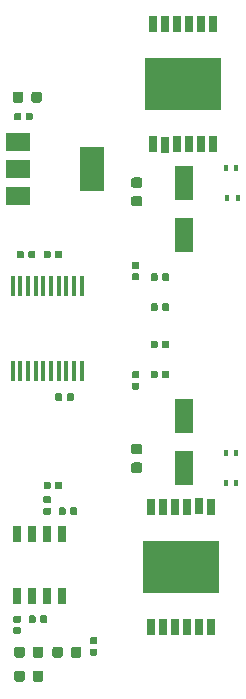
<source format=gtp>
G04 #@! TF.GenerationSoftware,KiCad,Pcbnew,(5.0.0-3-g5ebb6b6)*
G04 #@! TF.CreationDate,2018-12-09T19:08:03+00:00*
G04 #@! TF.ProjectId,Motor Shield,4D6F746F7220536869656C642E6B6963,rev?*
G04 #@! TF.SameCoordinates,Original*
G04 #@! TF.FileFunction,Paste,Top*
G04 #@! TF.FilePolarity,Positive*
%FSLAX46Y46*%
G04 Gerber Fmt 4.6, Leading zero omitted, Abs format (unit mm)*
G04 Created by KiCad (PCBNEW (5.0.0-3-g5ebb6b6)) date 2018 December 09, Sunday 19:08:03*
%MOMM*%
%LPD*%
G01*
G04 APERTURE LIST*
%ADD10R,0.400000X0.600000*%
%ADD11C,0.100000*%
%ADD12C,0.590000*%
%ADD13C,0.875000*%
%ADD14R,2.000000X3.800000*%
%ADD15R,2.000000X1.500000*%
%ADD16R,0.450000X1.750000*%
%ADD17R,1.600000X3.000000*%
%ADD18R,0.800000X1.450000*%
%ADD19R,6.450000X4.400000*%
%ADD20R,0.650000X1.350000*%
G04 APERTURE END LIST*
D10*
G04 #@! TO.C,4.7k3*
X168286000Y-88900000D03*
X167386000Y-88900000D03*
G04 #@! TD*
G04 #@! TO.C,4.7k1*
X167502000Y-91440000D03*
X168402000Y-91440000D03*
G04 #@! TD*
D11*
G04 #@! TO.C,R1*
G36*
X149940958Y-84262710D02*
X149955276Y-84264834D01*
X149969317Y-84268351D01*
X149982946Y-84273228D01*
X149996031Y-84279417D01*
X150008447Y-84286858D01*
X150020073Y-84295481D01*
X150030798Y-84305202D01*
X150040519Y-84315927D01*
X150049142Y-84327553D01*
X150056583Y-84339969D01*
X150062772Y-84353054D01*
X150067649Y-84366683D01*
X150071166Y-84380724D01*
X150073290Y-84395042D01*
X150074000Y-84409500D01*
X150074000Y-84754500D01*
X150073290Y-84768958D01*
X150071166Y-84783276D01*
X150067649Y-84797317D01*
X150062772Y-84810946D01*
X150056583Y-84824031D01*
X150049142Y-84836447D01*
X150040519Y-84848073D01*
X150030798Y-84858798D01*
X150020073Y-84868519D01*
X150008447Y-84877142D01*
X149996031Y-84884583D01*
X149982946Y-84890772D01*
X149969317Y-84895649D01*
X149955276Y-84899166D01*
X149940958Y-84901290D01*
X149926500Y-84902000D01*
X149631500Y-84902000D01*
X149617042Y-84901290D01*
X149602724Y-84899166D01*
X149588683Y-84895649D01*
X149575054Y-84890772D01*
X149561969Y-84884583D01*
X149549553Y-84877142D01*
X149537927Y-84868519D01*
X149527202Y-84858798D01*
X149517481Y-84848073D01*
X149508858Y-84836447D01*
X149501417Y-84824031D01*
X149495228Y-84810946D01*
X149490351Y-84797317D01*
X149486834Y-84783276D01*
X149484710Y-84768958D01*
X149484000Y-84754500D01*
X149484000Y-84409500D01*
X149484710Y-84395042D01*
X149486834Y-84380724D01*
X149490351Y-84366683D01*
X149495228Y-84353054D01*
X149501417Y-84339969D01*
X149508858Y-84327553D01*
X149517481Y-84315927D01*
X149527202Y-84305202D01*
X149537927Y-84295481D01*
X149549553Y-84286858D01*
X149561969Y-84279417D01*
X149575054Y-84273228D01*
X149588683Y-84268351D01*
X149602724Y-84264834D01*
X149617042Y-84262710D01*
X149631500Y-84262000D01*
X149926500Y-84262000D01*
X149940958Y-84262710D01*
X149940958Y-84262710D01*
G37*
D12*
X149779000Y-84582000D03*
D11*
G36*
X150910958Y-84262710D02*
X150925276Y-84264834D01*
X150939317Y-84268351D01*
X150952946Y-84273228D01*
X150966031Y-84279417D01*
X150978447Y-84286858D01*
X150990073Y-84295481D01*
X151000798Y-84305202D01*
X151010519Y-84315927D01*
X151019142Y-84327553D01*
X151026583Y-84339969D01*
X151032772Y-84353054D01*
X151037649Y-84366683D01*
X151041166Y-84380724D01*
X151043290Y-84395042D01*
X151044000Y-84409500D01*
X151044000Y-84754500D01*
X151043290Y-84768958D01*
X151041166Y-84783276D01*
X151037649Y-84797317D01*
X151032772Y-84810946D01*
X151026583Y-84824031D01*
X151019142Y-84836447D01*
X151010519Y-84848073D01*
X151000798Y-84858798D01*
X150990073Y-84868519D01*
X150978447Y-84877142D01*
X150966031Y-84884583D01*
X150952946Y-84890772D01*
X150939317Y-84895649D01*
X150925276Y-84899166D01*
X150910958Y-84901290D01*
X150896500Y-84902000D01*
X150601500Y-84902000D01*
X150587042Y-84901290D01*
X150572724Y-84899166D01*
X150558683Y-84895649D01*
X150545054Y-84890772D01*
X150531969Y-84884583D01*
X150519553Y-84877142D01*
X150507927Y-84868519D01*
X150497202Y-84858798D01*
X150487481Y-84848073D01*
X150478858Y-84836447D01*
X150471417Y-84824031D01*
X150465228Y-84810946D01*
X150460351Y-84797317D01*
X150456834Y-84783276D01*
X150454710Y-84768958D01*
X150454000Y-84754500D01*
X150454000Y-84409500D01*
X150454710Y-84395042D01*
X150456834Y-84380724D01*
X150460351Y-84366683D01*
X150465228Y-84353054D01*
X150471417Y-84339969D01*
X150478858Y-84327553D01*
X150487481Y-84315927D01*
X150497202Y-84305202D01*
X150507927Y-84295481D01*
X150519553Y-84286858D01*
X150531969Y-84279417D01*
X150545054Y-84273228D01*
X150558683Y-84268351D01*
X150572724Y-84264834D01*
X150587042Y-84262710D01*
X150601500Y-84262000D01*
X150896500Y-84262000D01*
X150910958Y-84262710D01*
X150910958Y-84262710D01*
G37*
D12*
X150749000Y-84582000D03*
G04 #@! TD*
D11*
G04 #@! TO.C,D3*
G36*
X151624191Y-82457053D02*
X151645426Y-82460203D01*
X151666250Y-82465419D01*
X151686462Y-82472651D01*
X151705868Y-82481830D01*
X151724281Y-82492866D01*
X151741524Y-82505654D01*
X151757430Y-82520070D01*
X151771846Y-82535976D01*
X151784634Y-82553219D01*
X151795670Y-82571632D01*
X151804849Y-82591038D01*
X151812081Y-82611250D01*
X151817297Y-82632074D01*
X151820447Y-82653309D01*
X151821500Y-82674750D01*
X151821500Y-83187250D01*
X151820447Y-83208691D01*
X151817297Y-83229926D01*
X151812081Y-83250750D01*
X151804849Y-83270962D01*
X151795670Y-83290368D01*
X151784634Y-83308781D01*
X151771846Y-83326024D01*
X151757430Y-83341930D01*
X151741524Y-83356346D01*
X151724281Y-83369134D01*
X151705868Y-83380170D01*
X151686462Y-83389349D01*
X151666250Y-83396581D01*
X151645426Y-83401797D01*
X151624191Y-83404947D01*
X151602750Y-83406000D01*
X151165250Y-83406000D01*
X151143809Y-83404947D01*
X151122574Y-83401797D01*
X151101750Y-83396581D01*
X151081538Y-83389349D01*
X151062132Y-83380170D01*
X151043719Y-83369134D01*
X151026476Y-83356346D01*
X151010570Y-83341930D01*
X150996154Y-83326024D01*
X150983366Y-83308781D01*
X150972330Y-83290368D01*
X150963151Y-83270962D01*
X150955919Y-83250750D01*
X150950703Y-83229926D01*
X150947553Y-83208691D01*
X150946500Y-83187250D01*
X150946500Y-82674750D01*
X150947553Y-82653309D01*
X150950703Y-82632074D01*
X150955919Y-82611250D01*
X150963151Y-82591038D01*
X150972330Y-82571632D01*
X150983366Y-82553219D01*
X150996154Y-82535976D01*
X151010570Y-82520070D01*
X151026476Y-82505654D01*
X151043719Y-82492866D01*
X151062132Y-82481830D01*
X151081538Y-82472651D01*
X151101750Y-82465419D01*
X151122574Y-82460203D01*
X151143809Y-82457053D01*
X151165250Y-82456000D01*
X151602750Y-82456000D01*
X151624191Y-82457053D01*
X151624191Y-82457053D01*
G37*
D13*
X151384000Y-82931000D03*
D11*
G36*
X150049191Y-82457053D02*
X150070426Y-82460203D01*
X150091250Y-82465419D01*
X150111462Y-82472651D01*
X150130868Y-82481830D01*
X150149281Y-82492866D01*
X150166524Y-82505654D01*
X150182430Y-82520070D01*
X150196846Y-82535976D01*
X150209634Y-82553219D01*
X150220670Y-82571632D01*
X150229849Y-82591038D01*
X150237081Y-82611250D01*
X150242297Y-82632074D01*
X150245447Y-82653309D01*
X150246500Y-82674750D01*
X150246500Y-83187250D01*
X150245447Y-83208691D01*
X150242297Y-83229926D01*
X150237081Y-83250750D01*
X150229849Y-83270962D01*
X150220670Y-83290368D01*
X150209634Y-83308781D01*
X150196846Y-83326024D01*
X150182430Y-83341930D01*
X150166524Y-83356346D01*
X150149281Y-83369134D01*
X150130868Y-83380170D01*
X150111462Y-83389349D01*
X150091250Y-83396581D01*
X150070426Y-83401797D01*
X150049191Y-83404947D01*
X150027750Y-83406000D01*
X149590250Y-83406000D01*
X149568809Y-83404947D01*
X149547574Y-83401797D01*
X149526750Y-83396581D01*
X149506538Y-83389349D01*
X149487132Y-83380170D01*
X149468719Y-83369134D01*
X149451476Y-83356346D01*
X149435570Y-83341930D01*
X149421154Y-83326024D01*
X149408366Y-83308781D01*
X149397330Y-83290368D01*
X149388151Y-83270962D01*
X149380919Y-83250750D01*
X149375703Y-83229926D01*
X149372553Y-83208691D01*
X149371500Y-83187250D01*
X149371500Y-82674750D01*
X149372553Y-82653309D01*
X149375703Y-82632074D01*
X149380919Y-82611250D01*
X149388151Y-82591038D01*
X149397330Y-82571632D01*
X149408366Y-82553219D01*
X149421154Y-82535976D01*
X149435570Y-82520070D01*
X149451476Y-82505654D01*
X149468719Y-82492866D01*
X149487132Y-82481830D01*
X149506538Y-82472651D01*
X149526750Y-82465419D01*
X149547574Y-82460203D01*
X149568809Y-82457053D01*
X149590250Y-82456000D01*
X150027750Y-82456000D01*
X150049191Y-82457053D01*
X150049191Y-82457053D01*
G37*
D13*
X149809000Y-82931000D03*
G04 #@! TD*
D14*
G04 #@! TO.C,Q1*
X156083000Y-89027000D03*
D15*
X149783000Y-89027000D03*
X149783000Y-91327000D03*
X149783000Y-86727000D03*
G04 #@! TD*
D16*
G04 #@! TO.C,U3*
X155198000Y-98889000D03*
X154548000Y-98889000D03*
X153898000Y-98889000D03*
X153248000Y-98889000D03*
X152598000Y-98889000D03*
X151948000Y-98889000D03*
X151298000Y-98889000D03*
X150648000Y-98889000D03*
X149998000Y-98889000D03*
X149348000Y-98889000D03*
X149348000Y-106089000D03*
X149998000Y-106089000D03*
X150648000Y-106089000D03*
X151298000Y-106089000D03*
X151948000Y-106089000D03*
X152598000Y-106089000D03*
X153248000Y-106089000D03*
X153898000Y-106089000D03*
X154548000Y-106089000D03*
X155198000Y-106089000D03*
G04 #@! TD*
D17*
G04 #@! TO.C,C1*
X163830000Y-94570000D03*
X163830000Y-90170000D03*
G04 #@! TD*
G04 #@! TO.C,C2*
X163830000Y-114300000D03*
X163830000Y-109900000D03*
G04 #@! TD*
D11*
G04 #@! TO.C,D1*
G36*
X160145291Y-89733353D02*
X160166526Y-89736503D01*
X160187350Y-89741719D01*
X160207562Y-89748951D01*
X160226968Y-89758130D01*
X160245381Y-89769166D01*
X160262624Y-89781954D01*
X160278530Y-89796370D01*
X160292946Y-89812276D01*
X160305734Y-89829519D01*
X160316770Y-89847932D01*
X160325949Y-89867338D01*
X160333181Y-89887550D01*
X160338397Y-89908374D01*
X160341547Y-89929609D01*
X160342600Y-89951050D01*
X160342600Y-90388550D01*
X160341547Y-90409991D01*
X160338397Y-90431226D01*
X160333181Y-90452050D01*
X160325949Y-90472262D01*
X160316770Y-90491668D01*
X160305734Y-90510081D01*
X160292946Y-90527324D01*
X160278530Y-90543230D01*
X160262624Y-90557646D01*
X160245381Y-90570434D01*
X160226968Y-90581470D01*
X160207562Y-90590649D01*
X160187350Y-90597881D01*
X160166526Y-90603097D01*
X160145291Y-90606247D01*
X160123850Y-90607300D01*
X159611350Y-90607300D01*
X159589909Y-90606247D01*
X159568674Y-90603097D01*
X159547850Y-90597881D01*
X159527638Y-90590649D01*
X159508232Y-90581470D01*
X159489819Y-90570434D01*
X159472576Y-90557646D01*
X159456670Y-90543230D01*
X159442254Y-90527324D01*
X159429466Y-90510081D01*
X159418430Y-90491668D01*
X159409251Y-90472262D01*
X159402019Y-90452050D01*
X159396803Y-90431226D01*
X159393653Y-90409991D01*
X159392600Y-90388550D01*
X159392600Y-89951050D01*
X159393653Y-89929609D01*
X159396803Y-89908374D01*
X159402019Y-89887550D01*
X159409251Y-89867338D01*
X159418430Y-89847932D01*
X159429466Y-89829519D01*
X159442254Y-89812276D01*
X159456670Y-89796370D01*
X159472576Y-89781954D01*
X159489819Y-89769166D01*
X159508232Y-89758130D01*
X159527638Y-89748951D01*
X159547850Y-89741719D01*
X159568674Y-89736503D01*
X159589909Y-89733353D01*
X159611350Y-89732300D01*
X160123850Y-89732300D01*
X160145291Y-89733353D01*
X160145291Y-89733353D01*
G37*
D13*
X159867600Y-90169800D03*
D11*
G36*
X160145291Y-91308353D02*
X160166526Y-91311503D01*
X160187350Y-91316719D01*
X160207562Y-91323951D01*
X160226968Y-91333130D01*
X160245381Y-91344166D01*
X160262624Y-91356954D01*
X160278530Y-91371370D01*
X160292946Y-91387276D01*
X160305734Y-91404519D01*
X160316770Y-91422932D01*
X160325949Y-91442338D01*
X160333181Y-91462550D01*
X160338397Y-91483374D01*
X160341547Y-91504609D01*
X160342600Y-91526050D01*
X160342600Y-91963550D01*
X160341547Y-91984991D01*
X160338397Y-92006226D01*
X160333181Y-92027050D01*
X160325949Y-92047262D01*
X160316770Y-92066668D01*
X160305734Y-92085081D01*
X160292946Y-92102324D01*
X160278530Y-92118230D01*
X160262624Y-92132646D01*
X160245381Y-92145434D01*
X160226968Y-92156470D01*
X160207562Y-92165649D01*
X160187350Y-92172881D01*
X160166526Y-92178097D01*
X160145291Y-92181247D01*
X160123850Y-92182300D01*
X159611350Y-92182300D01*
X159589909Y-92181247D01*
X159568674Y-92178097D01*
X159547850Y-92172881D01*
X159527638Y-92165649D01*
X159508232Y-92156470D01*
X159489819Y-92145434D01*
X159472576Y-92132646D01*
X159456670Y-92118230D01*
X159442254Y-92102324D01*
X159429466Y-92085081D01*
X159418430Y-92066668D01*
X159409251Y-92047262D01*
X159402019Y-92027050D01*
X159396803Y-92006226D01*
X159393653Y-91984991D01*
X159392600Y-91963550D01*
X159392600Y-91526050D01*
X159393653Y-91504609D01*
X159396803Y-91483374D01*
X159402019Y-91462550D01*
X159409251Y-91442338D01*
X159418430Y-91422932D01*
X159429466Y-91404519D01*
X159442254Y-91387276D01*
X159456670Y-91371370D01*
X159472576Y-91356954D01*
X159489819Y-91344166D01*
X159508232Y-91333130D01*
X159527638Y-91323951D01*
X159547850Y-91316719D01*
X159568674Y-91311503D01*
X159589909Y-91308353D01*
X159611350Y-91307300D01*
X160123850Y-91307300D01*
X160145291Y-91308353D01*
X160145291Y-91308353D01*
G37*
D13*
X159867600Y-91744800D03*
G04 #@! TD*
D11*
G04 #@! TO.C,D2*
G36*
X160145291Y-112288553D02*
X160166526Y-112291703D01*
X160187350Y-112296919D01*
X160207562Y-112304151D01*
X160226968Y-112313330D01*
X160245381Y-112324366D01*
X160262624Y-112337154D01*
X160278530Y-112351570D01*
X160292946Y-112367476D01*
X160305734Y-112384719D01*
X160316770Y-112403132D01*
X160325949Y-112422538D01*
X160333181Y-112442750D01*
X160338397Y-112463574D01*
X160341547Y-112484809D01*
X160342600Y-112506250D01*
X160342600Y-112943750D01*
X160341547Y-112965191D01*
X160338397Y-112986426D01*
X160333181Y-113007250D01*
X160325949Y-113027462D01*
X160316770Y-113046868D01*
X160305734Y-113065281D01*
X160292946Y-113082524D01*
X160278530Y-113098430D01*
X160262624Y-113112846D01*
X160245381Y-113125634D01*
X160226968Y-113136670D01*
X160207562Y-113145849D01*
X160187350Y-113153081D01*
X160166526Y-113158297D01*
X160145291Y-113161447D01*
X160123850Y-113162500D01*
X159611350Y-113162500D01*
X159589909Y-113161447D01*
X159568674Y-113158297D01*
X159547850Y-113153081D01*
X159527638Y-113145849D01*
X159508232Y-113136670D01*
X159489819Y-113125634D01*
X159472576Y-113112846D01*
X159456670Y-113098430D01*
X159442254Y-113082524D01*
X159429466Y-113065281D01*
X159418430Y-113046868D01*
X159409251Y-113027462D01*
X159402019Y-113007250D01*
X159396803Y-112986426D01*
X159393653Y-112965191D01*
X159392600Y-112943750D01*
X159392600Y-112506250D01*
X159393653Y-112484809D01*
X159396803Y-112463574D01*
X159402019Y-112442750D01*
X159409251Y-112422538D01*
X159418430Y-112403132D01*
X159429466Y-112384719D01*
X159442254Y-112367476D01*
X159456670Y-112351570D01*
X159472576Y-112337154D01*
X159489819Y-112324366D01*
X159508232Y-112313330D01*
X159527638Y-112304151D01*
X159547850Y-112296919D01*
X159568674Y-112291703D01*
X159589909Y-112288553D01*
X159611350Y-112287500D01*
X160123850Y-112287500D01*
X160145291Y-112288553D01*
X160145291Y-112288553D01*
G37*
D13*
X159867600Y-112725000D03*
D11*
G36*
X160145291Y-113863553D02*
X160166526Y-113866703D01*
X160187350Y-113871919D01*
X160207562Y-113879151D01*
X160226968Y-113888330D01*
X160245381Y-113899366D01*
X160262624Y-113912154D01*
X160278530Y-113926570D01*
X160292946Y-113942476D01*
X160305734Y-113959719D01*
X160316770Y-113978132D01*
X160325949Y-113997538D01*
X160333181Y-114017750D01*
X160338397Y-114038574D01*
X160341547Y-114059809D01*
X160342600Y-114081250D01*
X160342600Y-114518750D01*
X160341547Y-114540191D01*
X160338397Y-114561426D01*
X160333181Y-114582250D01*
X160325949Y-114602462D01*
X160316770Y-114621868D01*
X160305734Y-114640281D01*
X160292946Y-114657524D01*
X160278530Y-114673430D01*
X160262624Y-114687846D01*
X160245381Y-114700634D01*
X160226968Y-114711670D01*
X160207562Y-114720849D01*
X160187350Y-114728081D01*
X160166526Y-114733297D01*
X160145291Y-114736447D01*
X160123850Y-114737500D01*
X159611350Y-114737500D01*
X159589909Y-114736447D01*
X159568674Y-114733297D01*
X159547850Y-114728081D01*
X159527638Y-114720849D01*
X159508232Y-114711670D01*
X159489819Y-114700634D01*
X159472576Y-114687846D01*
X159456670Y-114673430D01*
X159442254Y-114657524D01*
X159429466Y-114640281D01*
X159418430Y-114621868D01*
X159409251Y-114602462D01*
X159402019Y-114582250D01*
X159396803Y-114561426D01*
X159393653Y-114540191D01*
X159392600Y-114518750D01*
X159392600Y-114081250D01*
X159393653Y-114059809D01*
X159396803Y-114038574D01*
X159402019Y-114017750D01*
X159409251Y-113997538D01*
X159418430Y-113978132D01*
X159429466Y-113959719D01*
X159442254Y-113942476D01*
X159456670Y-113926570D01*
X159472576Y-113912154D01*
X159489819Y-113899366D01*
X159508232Y-113888330D01*
X159527638Y-113879151D01*
X159547850Y-113871919D01*
X159568674Y-113866703D01*
X159589909Y-113863553D01*
X159611350Y-113862500D01*
X160123850Y-113862500D01*
X160145291Y-113863553D01*
X160145291Y-113863553D01*
G37*
D13*
X159867600Y-114300000D03*
G04 #@! TD*
D11*
G04 #@! TO.C,C3*
G36*
X159952958Y-96883710D02*
X159967276Y-96885834D01*
X159981317Y-96889351D01*
X159994946Y-96894228D01*
X160008031Y-96900417D01*
X160020447Y-96907858D01*
X160032073Y-96916481D01*
X160042798Y-96926202D01*
X160052519Y-96936927D01*
X160061142Y-96948553D01*
X160068583Y-96960969D01*
X160074772Y-96974054D01*
X160079649Y-96987683D01*
X160083166Y-97001724D01*
X160085290Y-97016042D01*
X160086000Y-97030500D01*
X160086000Y-97325500D01*
X160085290Y-97339958D01*
X160083166Y-97354276D01*
X160079649Y-97368317D01*
X160074772Y-97381946D01*
X160068583Y-97395031D01*
X160061142Y-97407447D01*
X160052519Y-97419073D01*
X160042798Y-97429798D01*
X160032073Y-97439519D01*
X160020447Y-97448142D01*
X160008031Y-97455583D01*
X159994946Y-97461772D01*
X159981317Y-97466649D01*
X159967276Y-97470166D01*
X159952958Y-97472290D01*
X159938500Y-97473000D01*
X159593500Y-97473000D01*
X159579042Y-97472290D01*
X159564724Y-97470166D01*
X159550683Y-97466649D01*
X159537054Y-97461772D01*
X159523969Y-97455583D01*
X159511553Y-97448142D01*
X159499927Y-97439519D01*
X159489202Y-97429798D01*
X159479481Y-97419073D01*
X159470858Y-97407447D01*
X159463417Y-97395031D01*
X159457228Y-97381946D01*
X159452351Y-97368317D01*
X159448834Y-97354276D01*
X159446710Y-97339958D01*
X159446000Y-97325500D01*
X159446000Y-97030500D01*
X159446710Y-97016042D01*
X159448834Y-97001724D01*
X159452351Y-96987683D01*
X159457228Y-96974054D01*
X159463417Y-96960969D01*
X159470858Y-96948553D01*
X159479481Y-96936927D01*
X159489202Y-96926202D01*
X159499927Y-96916481D01*
X159511553Y-96907858D01*
X159523969Y-96900417D01*
X159537054Y-96894228D01*
X159550683Y-96889351D01*
X159564724Y-96885834D01*
X159579042Y-96883710D01*
X159593500Y-96883000D01*
X159938500Y-96883000D01*
X159952958Y-96883710D01*
X159952958Y-96883710D01*
G37*
D12*
X159766000Y-97178000D03*
D11*
G36*
X159952958Y-97853710D02*
X159967276Y-97855834D01*
X159981317Y-97859351D01*
X159994946Y-97864228D01*
X160008031Y-97870417D01*
X160020447Y-97877858D01*
X160032073Y-97886481D01*
X160042798Y-97896202D01*
X160052519Y-97906927D01*
X160061142Y-97918553D01*
X160068583Y-97930969D01*
X160074772Y-97944054D01*
X160079649Y-97957683D01*
X160083166Y-97971724D01*
X160085290Y-97986042D01*
X160086000Y-98000500D01*
X160086000Y-98295500D01*
X160085290Y-98309958D01*
X160083166Y-98324276D01*
X160079649Y-98338317D01*
X160074772Y-98351946D01*
X160068583Y-98365031D01*
X160061142Y-98377447D01*
X160052519Y-98389073D01*
X160042798Y-98399798D01*
X160032073Y-98409519D01*
X160020447Y-98418142D01*
X160008031Y-98425583D01*
X159994946Y-98431772D01*
X159981317Y-98436649D01*
X159967276Y-98440166D01*
X159952958Y-98442290D01*
X159938500Y-98443000D01*
X159593500Y-98443000D01*
X159579042Y-98442290D01*
X159564724Y-98440166D01*
X159550683Y-98436649D01*
X159537054Y-98431772D01*
X159523969Y-98425583D01*
X159511553Y-98418142D01*
X159499927Y-98409519D01*
X159489202Y-98399798D01*
X159479481Y-98389073D01*
X159470858Y-98377447D01*
X159463417Y-98365031D01*
X159457228Y-98351946D01*
X159452351Y-98338317D01*
X159448834Y-98324276D01*
X159446710Y-98309958D01*
X159446000Y-98295500D01*
X159446000Y-98000500D01*
X159446710Y-97986042D01*
X159448834Y-97971724D01*
X159452351Y-97957683D01*
X159457228Y-97944054D01*
X159463417Y-97930969D01*
X159470858Y-97918553D01*
X159479481Y-97906927D01*
X159489202Y-97896202D01*
X159499927Y-97886481D01*
X159511553Y-97877858D01*
X159523969Y-97870417D01*
X159537054Y-97864228D01*
X159550683Y-97859351D01*
X159564724Y-97855834D01*
X159579042Y-97853710D01*
X159593500Y-97853000D01*
X159938500Y-97853000D01*
X159952958Y-97853710D01*
X159952958Y-97853710D01*
G37*
D12*
X159766000Y-98148000D03*
G04 #@! TD*
D11*
G04 #@! TO.C,C4*
G36*
X159952958Y-106131710D02*
X159967276Y-106133834D01*
X159981317Y-106137351D01*
X159994946Y-106142228D01*
X160008031Y-106148417D01*
X160020447Y-106155858D01*
X160032073Y-106164481D01*
X160042798Y-106174202D01*
X160052519Y-106184927D01*
X160061142Y-106196553D01*
X160068583Y-106208969D01*
X160074772Y-106222054D01*
X160079649Y-106235683D01*
X160083166Y-106249724D01*
X160085290Y-106264042D01*
X160086000Y-106278500D01*
X160086000Y-106573500D01*
X160085290Y-106587958D01*
X160083166Y-106602276D01*
X160079649Y-106616317D01*
X160074772Y-106629946D01*
X160068583Y-106643031D01*
X160061142Y-106655447D01*
X160052519Y-106667073D01*
X160042798Y-106677798D01*
X160032073Y-106687519D01*
X160020447Y-106696142D01*
X160008031Y-106703583D01*
X159994946Y-106709772D01*
X159981317Y-106714649D01*
X159967276Y-106718166D01*
X159952958Y-106720290D01*
X159938500Y-106721000D01*
X159593500Y-106721000D01*
X159579042Y-106720290D01*
X159564724Y-106718166D01*
X159550683Y-106714649D01*
X159537054Y-106709772D01*
X159523969Y-106703583D01*
X159511553Y-106696142D01*
X159499927Y-106687519D01*
X159489202Y-106677798D01*
X159479481Y-106667073D01*
X159470858Y-106655447D01*
X159463417Y-106643031D01*
X159457228Y-106629946D01*
X159452351Y-106616317D01*
X159448834Y-106602276D01*
X159446710Y-106587958D01*
X159446000Y-106573500D01*
X159446000Y-106278500D01*
X159446710Y-106264042D01*
X159448834Y-106249724D01*
X159452351Y-106235683D01*
X159457228Y-106222054D01*
X159463417Y-106208969D01*
X159470858Y-106196553D01*
X159479481Y-106184927D01*
X159489202Y-106174202D01*
X159499927Y-106164481D01*
X159511553Y-106155858D01*
X159523969Y-106148417D01*
X159537054Y-106142228D01*
X159550683Y-106137351D01*
X159564724Y-106133834D01*
X159579042Y-106131710D01*
X159593500Y-106131000D01*
X159938500Y-106131000D01*
X159952958Y-106131710D01*
X159952958Y-106131710D01*
G37*
D12*
X159766000Y-106426000D03*
D11*
G36*
X159952958Y-107101710D02*
X159967276Y-107103834D01*
X159981317Y-107107351D01*
X159994946Y-107112228D01*
X160008031Y-107118417D01*
X160020447Y-107125858D01*
X160032073Y-107134481D01*
X160042798Y-107144202D01*
X160052519Y-107154927D01*
X160061142Y-107166553D01*
X160068583Y-107178969D01*
X160074772Y-107192054D01*
X160079649Y-107205683D01*
X160083166Y-107219724D01*
X160085290Y-107234042D01*
X160086000Y-107248500D01*
X160086000Y-107543500D01*
X160085290Y-107557958D01*
X160083166Y-107572276D01*
X160079649Y-107586317D01*
X160074772Y-107599946D01*
X160068583Y-107613031D01*
X160061142Y-107625447D01*
X160052519Y-107637073D01*
X160042798Y-107647798D01*
X160032073Y-107657519D01*
X160020447Y-107666142D01*
X160008031Y-107673583D01*
X159994946Y-107679772D01*
X159981317Y-107684649D01*
X159967276Y-107688166D01*
X159952958Y-107690290D01*
X159938500Y-107691000D01*
X159593500Y-107691000D01*
X159579042Y-107690290D01*
X159564724Y-107688166D01*
X159550683Y-107684649D01*
X159537054Y-107679772D01*
X159523969Y-107673583D01*
X159511553Y-107666142D01*
X159499927Y-107657519D01*
X159489202Y-107647798D01*
X159479481Y-107637073D01*
X159470858Y-107625447D01*
X159463417Y-107613031D01*
X159457228Y-107599946D01*
X159452351Y-107586317D01*
X159448834Y-107572276D01*
X159446710Y-107557958D01*
X159446000Y-107543500D01*
X159446000Y-107248500D01*
X159446710Y-107234042D01*
X159448834Y-107219724D01*
X159452351Y-107205683D01*
X159457228Y-107192054D01*
X159463417Y-107178969D01*
X159470858Y-107166553D01*
X159479481Y-107154927D01*
X159489202Y-107144202D01*
X159499927Y-107134481D01*
X159511553Y-107125858D01*
X159523969Y-107118417D01*
X159537054Y-107112228D01*
X159550683Y-107107351D01*
X159564724Y-107103834D01*
X159579042Y-107101710D01*
X159593500Y-107101000D01*
X159938500Y-107101000D01*
X159952958Y-107101710D01*
X159952958Y-107101710D01*
G37*
D12*
X159766000Y-107396000D03*
G04 #@! TD*
D11*
G04 #@! TO.C,R4*
G36*
X153425558Y-108011710D02*
X153439876Y-108013834D01*
X153453917Y-108017351D01*
X153467546Y-108022228D01*
X153480631Y-108028417D01*
X153493047Y-108035858D01*
X153504673Y-108044481D01*
X153515398Y-108054202D01*
X153525119Y-108064927D01*
X153533742Y-108076553D01*
X153541183Y-108088969D01*
X153547372Y-108102054D01*
X153552249Y-108115683D01*
X153555766Y-108129724D01*
X153557890Y-108144042D01*
X153558600Y-108158500D01*
X153558600Y-108503500D01*
X153557890Y-108517958D01*
X153555766Y-108532276D01*
X153552249Y-108546317D01*
X153547372Y-108559946D01*
X153541183Y-108573031D01*
X153533742Y-108585447D01*
X153525119Y-108597073D01*
X153515398Y-108607798D01*
X153504673Y-108617519D01*
X153493047Y-108626142D01*
X153480631Y-108633583D01*
X153467546Y-108639772D01*
X153453917Y-108644649D01*
X153439876Y-108648166D01*
X153425558Y-108650290D01*
X153411100Y-108651000D01*
X153116100Y-108651000D01*
X153101642Y-108650290D01*
X153087324Y-108648166D01*
X153073283Y-108644649D01*
X153059654Y-108639772D01*
X153046569Y-108633583D01*
X153034153Y-108626142D01*
X153022527Y-108617519D01*
X153011802Y-108607798D01*
X153002081Y-108597073D01*
X152993458Y-108585447D01*
X152986017Y-108573031D01*
X152979828Y-108559946D01*
X152974951Y-108546317D01*
X152971434Y-108532276D01*
X152969310Y-108517958D01*
X152968600Y-108503500D01*
X152968600Y-108158500D01*
X152969310Y-108144042D01*
X152971434Y-108129724D01*
X152974951Y-108115683D01*
X152979828Y-108102054D01*
X152986017Y-108088969D01*
X152993458Y-108076553D01*
X153002081Y-108064927D01*
X153011802Y-108054202D01*
X153022527Y-108044481D01*
X153034153Y-108035858D01*
X153046569Y-108028417D01*
X153059654Y-108022228D01*
X153073283Y-108017351D01*
X153087324Y-108013834D01*
X153101642Y-108011710D01*
X153116100Y-108011000D01*
X153411100Y-108011000D01*
X153425558Y-108011710D01*
X153425558Y-108011710D01*
G37*
D12*
X153263600Y-108331000D03*
D11*
G36*
X154395558Y-108011710D02*
X154409876Y-108013834D01*
X154423917Y-108017351D01*
X154437546Y-108022228D01*
X154450631Y-108028417D01*
X154463047Y-108035858D01*
X154474673Y-108044481D01*
X154485398Y-108054202D01*
X154495119Y-108064927D01*
X154503742Y-108076553D01*
X154511183Y-108088969D01*
X154517372Y-108102054D01*
X154522249Y-108115683D01*
X154525766Y-108129724D01*
X154527890Y-108144042D01*
X154528600Y-108158500D01*
X154528600Y-108503500D01*
X154527890Y-108517958D01*
X154525766Y-108532276D01*
X154522249Y-108546317D01*
X154517372Y-108559946D01*
X154511183Y-108573031D01*
X154503742Y-108585447D01*
X154495119Y-108597073D01*
X154485398Y-108607798D01*
X154474673Y-108617519D01*
X154463047Y-108626142D01*
X154450631Y-108633583D01*
X154437546Y-108639772D01*
X154423917Y-108644649D01*
X154409876Y-108648166D01*
X154395558Y-108650290D01*
X154381100Y-108651000D01*
X154086100Y-108651000D01*
X154071642Y-108650290D01*
X154057324Y-108648166D01*
X154043283Y-108644649D01*
X154029654Y-108639772D01*
X154016569Y-108633583D01*
X154004153Y-108626142D01*
X153992527Y-108617519D01*
X153981802Y-108607798D01*
X153972081Y-108597073D01*
X153963458Y-108585447D01*
X153956017Y-108573031D01*
X153949828Y-108559946D01*
X153944951Y-108546317D01*
X153941434Y-108532276D01*
X153939310Y-108517958D01*
X153938600Y-108503500D01*
X153938600Y-108158500D01*
X153939310Y-108144042D01*
X153941434Y-108129724D01*
X153944951Y-108115683D01*
X153949828Y-108102054D01*
X153956017Y-108088969D01*
X153963458Y-108076553D01*
X153972081Y-108064927D01*
X153981802Y-108054202D01*
X153992527Y-108044481D01*
X154004153Y-108035858D01*
X154016569Y-108028417D01*
X154029654Y-108022228D01*
X154043283Y-108017351D01*
X154057324Y-108013834D01*
X154071642Y-108011710D01*
X154086100Y-108011000D01*
X154381100Y-108011000D01*
X154395558Y-108011710D01*
X154395558Y-108011710D01*
G37*
D12*
X154233600Y-108331000D03*
G04 #@! TD*
D11*
G04 #@! TO.C,C5*
G36*
X162467958Y-100391710D02*
X162482276Y-100393834D01*
X162496317Y-100397351D01*
X162509946Y-100402228D01*
X162523031Y-100408417D01*
X162535447Y-100415858D01*
X162547073Y-100424481D01*
X162557798Y-100434202D01*
X162567519Y-100444927D01*
X162576142Y-100456553D01*
X162583583Y-100468969D01*
X162589772Y-100482054D01*
X162594649Y-100495683D01*
X162598166Y-100509724D01*
X162600290Y-100524042D01*
X162601000Y-100538500D01*
X162601000Y-100883500D01*
X162600290Y-100897958D01*
X162598166Y-100912276D01*
X162594649Y-100926317D01*
X162589772Y-100939946D01*
X162583583Y-100953031D01*
X162576142Y-100965447D01*
X162567519Y-100977073D01*
X162557798Y-100987798D01*
X162547073Y-100997519D01*
X162535447Y-101006142D01*
X162523031Y-101013583D01*
X162509946Y-101019772D01*
X162496317Y-101024649D01*
X162482276Y-101028166D01*
X162467958Y-101030290D01*
X162453500Y-101031000D01*
X162158500Y-101031000D01*
X162144042Y-101030290D01*
X162129724Y-101028166D01*
X162115683Y-101024649D01*
X162102054Y-101019772D01*
X162088969Y-101013583D01*
X162076553Y-101006142D01*
X162064927Y-100997519D01*
X162054202Y-100987798D01*
X162044481Y-100977073D01*
X162035858Y-100965447D01*
X162028417Y-100953031D01*
X162022228Y-100939946D01*
X162017351Y-100926317D01*
X162013834Y-100912276D01*
X162011710Y-100897958D01*
X162011000Y-100883500D01*
X162011000Y-100538500D01*
X162011710Y-100524042D01*
X162013834Y-100509724D01*
X162017351Y-100495683D01*
X162022228Y-100482054D01*
X162028417Y-100468969D01*
X162035858Y-100456553D01*
X162044481Y-100444927D01*
X162054202Y-100434202D01*
X162064927Y-100424481D01*
X162076553Y-100415858D01*
X162088969Y-100408417D01*
X162102054Y-100402228D01*
X162115683Y-100397351D01*
X162129724Y-100393834D01*
X162144042Y-100391710D01*
X162158500Y-100391000D01*
X162453500Y-100391000D01*
X162467958Y-100391710D01*
X162467958Y-100391710D01*
G37*
D12*
X162306000Y-100711000D03*
D11*
G36*
X161497958Y-100391710D02*
X161512276Y-100393834D01*
X161526317Y-100397351D01*
X161539946Y-100402228D01*
X161553031Y-100408417D01*
X161565447Y-100415858D01*
X161577073Y-100424481D01*
X161587798Y-100434202D01*
X161597519Y-100444927D01*
X161606142Y-100456553D01*
X161613583Y-100468969D01*
X161619772Y-100482054D01*
X161624649Y-100495683D01*
X161628166Y-100509724D01*
X161630290Y-100524042D01*
X161631000Y-100538500D01*
X161631000Y-100883500D01*
X161630290Y-100897958D01*
X161628166Y-100912276D01*
X161624649Y-100926317D01*
X161619772Y-100939946D01*
X161613583Y-100953031D01*
X161606142Y-100965447D01*
X161597519Y-100977073D01*
X161587798Y-100987798D01*
X161577073Y-100997519D01*
X161565447Y-101006142D01*
X161553031Y-101013583D01*
X161539946Y-101019772D01*
X161526317Y-101024649D01*
X161512276Y-101028166D01*
X161497958Y-101030290D01*
X161483500Y-101031000D01*
X161188500Y-101031000D01*
X161174042Y-101030290D01*
X161159724Y-101028166D01*
X161145683Y-101024649D01*
X161132054Y-101019772D01*
X161118969Y-101013583D01*
X161106553Y-101006142D01*
X161094927Y-100997519D01*
X161084202Y-100987798D01*
X161074481Y-100977073D01*
X161065858Y-100965447D01*
X161058417Y-100953031D01*
X161052228Y-100939946D01*
X161047351Y-100926317D01*
X161043834Y-100912276D01*
X161041710Y-100897958D01*
X161041000Y-100883500D01*
X161041000Y-100538500D01*
X161041710Y-100524042D01*
X161043834Y-100509724D01*
X161047351Y-100495683D01*
X161052228Y-100482054D01*
X161058417Y-100468969D01*
X161065858Y-100456553D01*
X161074481Y-100444927D01*
X161084202Y-100434202D01*
X161094927Y-100424481D01*
X161106553Y-100415858D01*
X161118969Y-100408417D01*
X161132054Y-100402228D01*
X161145683Y-100397351D01*
X161159724Y-100393834D01*
X161174042Y-100391710D01*
X161188500Y-100391000D01*
X161483500Y-100391000D01*
X161497958Y-100391710D01*
X161497958Y-100391710D01*
G37*
D12*
X161336000Y-100711000D03*
G04 #@! TD*
D11*
G04 #@! TO.C,C6*
G36*
X162467958Y-106106710D02*
X162482276Y-106108834D01*
X162496317Y-106112351D01*
X162509946Y-106117228D01*
X162523031Y-106123417D01*
X162535447Y-106130858D01*
X162547073Y-106139481D01*
X162557798Y-106149202D01*
X162567519Y-106159927D01*
X162576142Y-106171553D01*
X162583583Y-106183969D01*
X162589772Y-106197054D01*
X162594649Y-106210683D01*
X162598166Y-106224724D01*
X162600290Y-106239042D01*
X162601000Y-106253500D01*
X162601000Y-106598500D01*
X162600290Y-106612958D01*
X162598166Y-106627276D01*
X162594649Y-106641317D01*
X162589772Y-106654946D01*
X162583583Y-106668031D01*
X162576142Y-106680447D01*
X162567519Y-106692073D01*
X162557798Y-106702798D01*
X162547073Y-106712519D01*
X162535447Y-106721142D01*
X162523031Y-106728583D01*
X162509946Y-106734772D01*
X162496317Y-106739649D01*
X162482276Y-106743166D01*
X162467958Y-106745290D01*
X162453500Y-106746000D01*
X162158500Y-106746000D01*
X162144042Y-106745290D01*
X162129724Y-106743166D01*
X162115683Y-106739649D01*
X162102054Y-106734772D01*
X162088969Y-106728583D01*
X162076553Y-106721142D01*
X162064927Y-106712519D01*
X162054202Y-106702798D01*
X162044481Y-106692073D01*
X162035858Y-106680447D01*
X162028417Y-106668031D01*
X162022228Y-106654946D01*
X162017351Y-106641317D01*
X162013834Y-106627276D01*
X162011710Y-106612958D01*
X162011000Y-106598500D01*
X162011000Y-106253500D01*
X162011710Y-106239042D01*
X162013834Y-106224724D01*
X162017351Y-106210683D01*
X162022228Y-106197054D01*
X162028417Y-106183969D01*
X162035858Y-106171553D01*
X162044481Y-106159927D01*
X162054202Y-106149202D01*
X162064927Y-106139481D01*
X162076553Y-106130858D01*
X162088969Y-106123417D01*
X162102054Y-106117228D01*
X162115683Y-106112351D01*
X162129724Y-106108834D01*
X162144042Y-106106710D01*
X162158500Y-106106000D01*
X162453500Y-106106000D01*
X162467958Y-106106710D01*
X162467958Y-106106710D01*
G37*
D12*
X162306000Y-106426000D03*
D11*
G36*
X161497958Y-106106710D02*
X161512276Y-106108834D01*
X161526317Y-106112351D01*
X161539946Y-106117228D01*
X161553031Y-106123417D01*
X161565447Y-106130858D01*
X161577073Y-106139481D01*
X161587798Y-106149202D01*
X161597519Y-106159927D01*
X161606142Y-106171553D01*
X161613583Y-106183969D01*
X161619772Y-106197054D01*
X161624649Y-106210683D01*
X161628166Y-106224724D01*
X161630290Y-106239042D01*
X161631000Y-106253500D01*
X161631000Y-106598500D01*
X161630290Y-106612958D01*
X161628166Y-106627276D01*
X161624649Y-106641317D01*
X161619772Y-106654946D01*
X161613583Y-106668031D01*
X161606142Y-106680447D01*
X161597519Y-106692073D01*
X161587798Y-106702798D01*
X161577073Y-106712519D01*
X161565447Y-106721142D01*
X161553031Y-106728583D01*
X161539946Y-106734772D01*
X161526317Y-106739649D01*
X161512276Y-106743166D01*
X161497958Y-106745290D01*
X161483500Y-106746000D01*
X161188500Y-106746000D01*
X161174042Y-106745290D01*
X161159724Y-106743166D01*
X161145683Y-106739649D01*
X161132054Y-106734772D01*
X161118969Y-106728583D01*
X161106553Y-106721142D01*
X161094927Y-106712519D01*
X161084202Y-106702798D01*
X161074481Y-106692073D01*
X161065858Y-106680447D01*
X161058417Y-106668031D01*
X161052228Y-106654946D01*
X161047351Y-106641317D01*
X161043834Y-106627276D01*
X161041710Y-106612958D01*
X161041000Y-106598500D01*
X161041000Y-106253500D01*
X161041710Y-106239042D01*
X161043834Y-106224724D01*
X161047351Y-106210683D01*
X161052228Y-106197054D01*
X161058417Y-106183969D01*
X161065858Y-106171553D01*
X161074481Y-106159927D01*
X161084202Y-106149202D01*
X161094927Y-106139481D01*
X161106553Y-106130858D01*
X161118969Y-106123417D01*
X161132054Y-106117228D01*
X161145683Y-106112351D01*
X161159724Y-106108834D01*
X161174042Y-106106710D01*
X161188500Y-106106000D01*
X161483500Y-106106000D01*
X161497958Y-106106710D01*
X161497958Y-106106710D01*
G37*
D12*
X161336000Y-106426000D03*
G04 #@! TD*
D11*
G04 #@! TO.C,C7*
G36*
X161497958Y-97851710D02*
X161512276Y-97853834D01*
X161526317Y-97857351D01*
X161539946Y-97862228D01*
X161553031Y-97868417D01*
X161565447Y-97875858D01*
X161577073Y-97884481D01*
X161587798Y-97894202D01*
X161597519Y-97904927D01*
X161606142Y-97916553D01*
X161613583Y-97928969D01*
X161619772Y-97942054D01*
X161624649Y-97955683D01*
X161628166Y-97969724D01*
X161630290Y-97984042D01*
X161631000Y-97998500D01*
X161631000Y-98343500D01*
X161630290Y-98357958D01*
X161628166Y-98372276D01*
X161624649Y-98386317D01*
X161619772Y-98399946D01*
X161613583Y-98413031D01*
X161606142Y-98425447D01*
X161597519Y-98437073D01*
X161587798Y-98447798D01*
X161577073Y-98457519D01*
X161565447Y-98466142D01*
X161553031Y-98473583D01*
X161539946Y-98479772D01*
X161526317Y-98484649D01*
X161512276Y-98488166D01*
X161497958Y-98490290D01*
X161483500Y-98491000D01*
X161188500Y-98491000D01*
X161174042Y-98490290D01*
X161159724Y-98488166D01*
X161145683Y-98484649D01*
X161132054Y-98479772D01*
X161118969Y-98473583D01*
X161106553Y-98466142D01*
X161094927Y-98457519D01*
X161084202Y-98447798D01*
X161074481Y-98437073D01*
X161065858Y-98425447D01*
X161058417Y-98413031D01*
X161052228Y-98399946D01*
X161047351Y-98386317D01*
X161043834Y-98372276D01*
X161041710Y-98357958D01*
X161041000Y-98343500D01*
X161041000Y-97998500D01*
X161041710Y-97984042D01*
X161043834Y-97969724D01*
X161047351Y-97955683D01*
X161052228Y-97942054D01*
X161058417Y-97928969D01*
X161065858Y-97916553D01*
X161074481Y-97904927D01*
X161084202Y-97894202D01*
X161094927Y-97884481D01*
X161106553Y-97875858D01*
X161118969Y-97868417D01*
X161132054Y-97862228D01*
X161145683Y-97857351D01*
X161159724Y-97853834D01*
X161174042Y-97851710D01*
X161188500Y-97851000D01*
X161483500Y-97851000D01*
X161497958Y-97851710D01*
X161497958Y-97851710D01*
G37*
D12*
X161336000Y-98171000D03*
D11*
G36*
X162467958Y-97851710D02*
X162482276Y-97853834D01*
X162496317Y-97857351D01*
X162509946Y-97862228D01*
X162523031Y-97868417D01*
X162535447Y-97875858D01*
X162547073Y-97884481D01*
X162557798Y-97894202D01*
X162567519Y-97904927D01*
X162576142Y-97916553D01*
X162583583Y-97928969D01*
X162589772Y-97942054D01*
X162594649Y-97955683D01*
X162598166Y-97969724D01*
X162600290Y-97984042D01*
X162601000Y-97998500D01*
X162601000Y-98343500D01*
X162600290Y-98357958D01*
X162598166Y-98372276D01*
X162594649Y-98386317D01*
X162589772Y-98399946D01*
X162583583Y-98413031D01*
X162576142Y-98425447D01*
X162567519Y-98437073D01*
X162557798Y-98447798D01*
X162547073Y-98457519D01*
X162535447Y-98466142D01*
X162523031Y-98473583D01*
X162509946Y-98479772D01*
X162496317Y-98484649D01*
X162482276Y-98488166D01*
X162467958Y-98490290D01*
X162453500Y-98491000D01*
X162158500Y-98491000D01*
X162144042Y-98490290D01*
X162129724Y-98488166D01*
X162115683Y-98484649D01*
X162102054Y-98479772D01*
X162088969Y-98473583D01*
X162076553Y-98466142D01*
X162064927Y-98457519D01*
X162054202Y-98447798D01*
X162044481Y-98437073D01*
X162035858Y-98425447D01*
X162028417Y-98413031D01*
X162022228Y-98399946D01*
X162017351Y-98386317D01*
X162013834Y-98372276D01*
X162011710Y-98357958D01*
X162011000Y-98343500D01*
X162011000Y-97998500D01*
X162011710Y-97984042D01*
X162013834Y-97969724D01*
X162017351Y-97955683D01*
X162022228Y-97942054D01*
X162028417Y-97928969D01*
X162035858Y-97916553D01*
X162044481Y-97904927D01*
X162054202Y-97894202D01*
X162064927Y-97884481D01*
X162076553Y-97875858D01*
X162088969Y-97868417D01*
X162102054Y-97862228D01*
X162115683Y-97857351D01*
X162129724Y-97853834D01*
X162144042Y-97851710D01*
X162158500Y-97851000D01*
X162453500Y-97851000D01*
X162467958Y-97851710D01*
X162467958Y-97851710D01*
G37*
D12*
X162306000Y-98171000D03*
G04 #@! TD*
D11*
G04 #@! TO.C,C8*
G36*
X161497958Y-103566710D02*
X161512276Y-103568834D01*
X161526317Y-103572351D01*
X161539946Y-103577228D01*
X161553031Y-103583417D01*
X161565447Y-103590858D01*
X161577073Y-103599481D01*
X161587798Y-103609202D01*
X161597519Y-103619927D01*
X161606142Y-103631553D01*
X161613583Y-103643969D01*
X161619772Y-103657054D01*
X161624649Y-103670683D01*
X161628166Y-103684724D01*
X161630290Y-103699042D01*
X161631000Y-103713500D01*
X161631000Y-104058500D01*
X161630290Y-104072958D01*
X161628166Y-104087276D01*
X161624649Y-104101317D01*
X161619772Y-104114946D01*
X161613583Y-104128031D01*
X161606142Y-104140447D01*
X161597519Y-104152073D01*
X161587798Y-104162798D01*
X161577073Y-104172519D01*
X161565447Y-104181142D01*
X161553031Y-104188583D01*
X161539946Y-104194772D01*
X161526317Y-104199649D01*
X161512276Y-104203166D01*
X161497958Y-104205290D01*
X161483500Y-104206000D01*
X161188500Y-104206000D01*
X161174042Y-104205290D01*
X161159724Y-104203166D01*
X161145683Y-104199649D01*
X161132054Y-104194772D01*
X161118969Y-104188583D01*
X161106553Y-104181142D01*
X161094927Y-104172519D01*
X161084202Y-104162798D01*
X161074481Y-104152073D01*
X161065858Y-104140447D01*
X161058417Y-104128031D01*
X161052228Y-104114946D01*
X161047351Y-104101317D01*
X161043834Y-104087276D01*
X161041710Y-104072958D01*
X161041000Y-104058500D01*
X161041000Y-103713500D01*
X161041710Y-103699042D01*
X161043834Y-103684724D01*
X161047351Y-103670683D01*
X161052228Y-103657054D01*
X161058417Y-103643969D01*
X161065858Y-103631553D01*
X161074481Y-103619927D01*
X161084202Y-103609202D01*
X161094927Y-103599481D01*
X161106553Y-103590858D01*
X161118969Y-103583417D01*
X161132054Y-103577228D01*
X161145683Y-103572351D01*
X161159724Y-103568834D01*
X161174042Y-103566710D01*
X161188500Y-103566000D01*
X161483500Y-103566000D01*
X161497958Y-103566710D01*
X161497958Y-103566710D01*
G37*
D12*
X161336000Y-103886000D03*
D11*
G36*
X162467958Y-103566710D02*
X162482276Y-103568834D01*
X162496317Y-103572351D01*
X162509946Y-103577228D01*
X162523031Y-103583417D01*
X162535447Y-103590858D01*
X162547073Y-103599481D01*
X162557798Y-103609202D01*
X162567519Y-103619927D01*
X162576142Y-103631553D01*
X162583583Y-103643969D01*
X162589772Y-103657054D01*
X162594649Y-103670683D01*
X162598166Y-103684724D01*
X162600290Y-103699042D01*
X162601000Y-103713500D01*
X162601000Y-104058500D01*
X162600290Y-104072958D01*
X162598166Y-104087276D01*
X162594649Y-104101317D01*
X162589772Y-104114946D01*
X162583583Y-104128031D01*
X162576142Y-104140447D01*
X162567519Y-104152073D01*
X162557798Y-104162798D01*
X162547073Y-104172519D01*
X162535447Y-104181142D01*
X162523031Y-104188583D01*
X162509946Y-104194772D01*
X162496317Y-104199649D01*
X162482276Y-104203166D01*
X162467958Y-104205290D01*
X162453500Y-104206000D01*
X162158500Y-104206000D01*
X162144042Y-104205290D01*
X162129724Y-104203166D01*
X162115683Y-104199649D01*
X162102054Y-104194772D01*
X162088969Y-104188583D01*
X162076553Y-104181142D01*
X162064927Y-104172519D01*
X162054202Y-104162798D01*
X162044481Y-104152073D01*
X162035858Y-104140447D01*
X162028417Y-104128031D01*
X162022228Y-104114946D01*
X162017351Y-104101317D01*
X162013834Y-104087276D01*
X162011710Y-104072958D01*
X162011000Y-104058500D01*
X162011000Y-103713500D01*
X162011710Y-103699042D01*
X162013834Y-103684724D01*
X162017351Y-103670683D01*
X162022228Y-103657054D01*
X162028417Y-103643969D01*
X162035858Y-103631553D01*
X162044481Y-103619927D01*
X162054202Y-103609202D01*
X162064927Y-103599481D01*
X162076553Y-103590858D01*
X162088969Y-103583417D01*
X162102054Y-103577228D01*
X162115683Y-103572351D01*
X162129724Y-103568834D01*
X162144042Y-103566710D01*
X162158500Y-103566000D01*
X162453500Y-103566000D01*
X162467958Y-103566710D01*
X162467958Y-103566710D01*
G37*
D12*
X162306000Y-103886000D03*
G04 #@! TD*
D11*
G04 #@! TO.C,C11*
G36*
X151164958Y-126807710D02*
X151179276Y-126809834D01*
X151193317Y-126813351D01*
X151206946Y-126818228D01*
X151220031Y-126824417D01*
X151232447Y-126831858D01*
X151244073Y-126840481D01*
X151254798Y-126850202D01*
X151264519Y-126860927D01*
X151273142Y-126872553D01*
X151280583Y-126884969D01*
X151286772Y-126898054D01*
X151291649Y-126911683D01*
X151295166Y-126925724D01*
X151297290Y-126940042D01*
X151298000Y-126954500D01*
X151298000Y-127299500D01*
X151297290Y-127313958D01*
X151295166Y-127328276D01*
X151291649Y-127342317D01*
X151286772Y-127355946D01*
X151280583Y-127369031D01*
X151273142Y-127381447D01*
X151264519Y-127393073D01*
X151254798Y-127403798D01*
X151244073Y-127413519D01*
X151232447Y-127422142D01*
X151220031Y-127429583D01*
X151206946Y-127435772D01*
X151193317Y-127440649D01*
X151179276Y-127444166D01*
X151164958Y-127446290D01*
X151150500Y-127447000D01*
X150855500Y-127447000D01*
X150841042Y-127446290D01*
X150826724Y-127444166D01*
X150812683Y-127440649D01*
X150799054Y-127435772D01*
X150785969Y-127429583D01*
X150773553Y-127422142D01*
X150761927Y-127413519D01*
X150751202Y-127403798D01*
X150741481Y-127393073D01*
X150732858Y-127381447D01*
X150725417Y-127369031D01*
X150719228Y-127355946D01*
X150714351Y-127342317D01*
X150710834Y-127328276D01*
X150708710Y-127313958D01*
X150708000Y-127299500D01*
X150708000Y-126954500D01*
X150708710Y-126940042D01*
X150710834Y-126925724D01*
X150714351Y-126911683D01*
X150719228Y-126898054D01*
X150725417Y-126884969D01*
X150732858Y-126872553D01*
X150741481Y-126860927D01*
X150751202Y-126850202D01*
X150761927Y-126840481D01*
X150773553Y-126831858D01*
X150785969Y-126824417D01*
X150799054Y-126818228D01*
X150812683Y-126813351D01*
X150826724Y-126809834D01*
X150841042Y-126807710D01*
X150855500Y-126807000D01*
X151150500Y-126807000D01*
X151164958Y-126807710D01*
X151164958Y-126807710D01*
G37*
D12*
X151003000Y-127127000D03*
D11*
G36*
X152134958Y-126807710D02*
X152149276Y-126809834D01*
X152163317Y-126813351D01*
X152176946Y-126818228D01*
X152190031Y-126824417D01*
X152202447Y-126831858D01*
X152214073Y-126840481D01*
X152224798Y-126850202D01*
X152234519Y-126860927D01*
X152243142Y-126872553D01*
X152250583Y-126884969D01*
X152256772Y-126898054D01*
X152261649Y-126911683D01*
X152265166Y-126925724D01*
X152267290Y-126940042D01*
X152268000Y-126954500D01*
X152268000Y-127299500D01*
X152267290Y-127313958D01*
X152265166Y-127328276D01*
X152261649Y-127342317D01*
X152256772Y-127355946D01*
X152250583Y-127369031D01*
X152243142Y-127381447D01*
X152234519Y-127393073D01*
X152224798Y-127403798D01*
X152214073Y-127413519D01*
X152202447Y-127422142D01*
X152190031Y-127429583D01*
X152176946Y-127435772D01*
X152163317Y-127440649D01*
X152149276Y-127444166D01*
X152134958Y-127446290D01*
X152120500Y-127447000D01*
X151825500Y-127447000D01*
X151811042Y-127446290D01*
X151796724Y-127444166D01*
X151782683Y-127440649D01*
X151769054Y-127435772D01*
X151755969Y-127429583D01*
X151743553Y-127422142D01*
X151731927Y-127413519D01*
X151721202Y-127403798D01*
X151711481Y-127393073D01*
X151702858Y-127381447D01*
X151695417Y-127369031D01*
X151689228Y-127355946D01*
X151684351Y-127342317D01*
X151680834Y-127328276D01*
X151678710Y-127313958D01*
X151678000Y-127299500D01*
X151678000Y-126954500D01*
X151678710Y-126940042D01*
X151680834Y-126925724D01*
X151684351Y-126911683D01*
X151689228Y-126898054D01*
X151695417Y-126884969D01*
X151702858Y-126872553D01*
X151711481Y-126860927D01*
X151721202Y-126850202D01*
X151731927Y-126840481D01*
X151743553Y-126831858D01*
X151755969Y-126824417D01*
X151769054Y-126818228D01*
X151782683Y-126813351D01*
X151796724Y-126809834D01*
X151811042Y-126807710D01*
X151825500Y-126807000D01*
X152120500Y-126807000D01*
X152134958Y-126807710D01*
X152134958Y-126807710D01*
G37*
D12*
X151973000Y-127127000D03*
G04 #@! TD*
D11*
G04 #@! TO.C,C12*
G36*
X152459958Y-117688710D02*
X152474276Y-117690834D01*
X152488317Y-117694351D01*
X152501946Y-117699228D01*
X152515031Y-117705417D01*
X152527447Y-117712858D01*
X152539073Y-117721481D01*
X152549798Y-117731202D01*
X152559519Y-117741927D01*
X152568142Y-117753553D01*
X152575583Y-117765969D01*
X152581772Y-117779054D01*
X152586649Y-117792683D01*
X152590166Y-117806724D01*
X152592290Y-117821042D01*
X152593000Y-117835500D01*
X152593000Y-118130500D01*
X152592290Y-118144958D01*
X152590166Y-118159276D01*
X152586649Y-118173317D01*
X152581772Y-118186946D01*
X152575583Y-118200031D01*
X152568142Y-118212447D01*
X152559519Y-118224073D01*
X152549798Y-118234798D01*
X152539073Y-118244519D01*
X152527447Y-118253142D01*
X152515031Y-118260583D01*
X152501946Y-118266772D01*
X152488317Y-118271649D01*
X152474276Y-118275166D01*
X152459958Y-118277290D01*
X152445500Y-118278000D01*
X152100500Y-118278000D01*
X152086042Y-118277290D01*
X152071724Y-118275166D01*
X152057683Y-118271649D01*
X152044054Y-118266772D01*
X152030969Y-118260583D01*
X152018553Y-118253142D01*
X152006927Y-118244519D01*
X151996202Y-118234798D01*
X151986481Y-118224073D01*
X151977858Y-118212447D01*
X151970417Y-118200031D01*
X151964228Y-118186946D01*
X151959351Y-118173317D01*
X151955834Y-118159276D01*
X151953710Y-118144958D01*
X151953000Y-118130500D01*
X151953000Y-117835500D01*
X151953710Y-117821042D01*
X151955834Y-117806724D01*
X151959351Y-117792683D01*
X151964228Y-117779054D01*
X151970417Y-117765969D01*
X151977858Y-117753553D01*
X151986481Y-117741927D01*
X151996202Y-117731202D01*
X152006927Y-117721481D01*
X152018553Y-117712858D01*
X152030969Y-117705417D01*
X152044054Y-117699228D01*
X152057683Y-117694351D01*
X152071724Y-117690834D01*
X152086042Y-117688710D01*
X152100500Y-117688000D01*
X152445500Y-117688000D01*
X152459958Y-117688710D01*
X152459958Y-117688710D01*
G37*
D12*
X152273000Y-117983000D03*
D11*
G36*
X152459958Y-116718710D02*
X152474276Y-116720834D01*
X152488317Y-116724351D01*
X152501946Y-116729228D01*
X152515031Y-116735417D01*
X152527447Y-116742858D01*
X152539073Y-116751481D01*
X152549798Y-116761202D01*
X152559519Y-116771927D01*
X152568142Y-116783553D01*
X152575583Y-116795969D01*
X152581772Y-116809054D01*
X152586649Y-116822683D01*
X152590166Y-116836724D01*
X152592290Y-116851042D01*
X152593000Y-116865500D01*
X152593000Y-117160500D01*
X152592290Y-117174958D01*
X152590166Y-117189276D01*
X152586649Y-117203317D01*
X152581772Y-117216946D01*
X152575583Y-117230031D01*
X152568142Y-117242447D01*
X152559519Y-117254073D01*
X152549798Y-117264798D01*
X152539073Y-117274519D01*
X152527447Y-117283142D01*
X152515031Y-117290583D01*
X152501946Y-117296772D01*
X152488317Y-117301649D01*
X152474276Y-117305166D01*
X152459958Y-117307290D01*
X152445500Y-117308000D01*
X152100500Y-117308000D01*
X152086042Y-117307290D01*
X152071724Y-117305166D01*
X152057683Y-117301649D01*
X152044054Y-117296772D01*
X152030969Y-117290583D01*
X152018553Y-117283142D01*
X152006927Y-117274519D01*
X151996202Y-117264798D01*
X151986481Y-117254073D01*
X151977858Y-117242447D01*
X151970417Y-117230031D01*
X151964228Y-117216946D01*
X151959351Y-117203317D01*
X151955834Y-117189276D01*
X151953710Y-117174958D01*
X151953000Y-117160500D01*
X151953000Y-116865500D01*
X151953710Y-116851042D01*
X151955834Y-116836724D01*
X151959351Y-116822683D01*
X151964228Y-116809054D01*
X151970417Y-116795969D01*
X151977858Y-116783553D01*
X151986481Y-116771927D01*
X151996202Y-116761202D01*
X152006927Y-116751481D01*
X152018553Y-116742858D01*
X152030969Y-116735417D01*
X152044054Y-116729228D01*
X152057683Y-116724351D01*
X152071724Y-116720834D01*
X152086042Y-116718710D01*
X152100500Y-116718000D01*
X152445500Y-116718000D01*
X152459958Y-116718710D01*
X152459958Y-116718710D01*
G37*
D12*
X152273000Y-117013000D03*
G04 #@! TD*
D11*
G04 #@! TO.C,C13*
G36*
X149919958Y-127802710D02*
X149934276Y-127804834D01*
X149948317Y-127808351D01*
X149961946Y-127813228D01*
X149975031Y-127819417D01*
X149987447Y-127826858D01*
X149999073Y-127835481D01*
X150009798Y-127845202D01*
X150019519Y-127855927D01*
X150028142Y-127867553D01*
X150035583Y-127879969D01*
X150041772Y-127893054D01*
X150046649Y-127906683D01*
X150050166Y-127920724D01*
X150052290Y-127935042D01*
X150053000Y-127949500D01*
X150053000Y-128244500D01*
X150052290Y-128258958D01*
X150050166Y-128273276D01*
X150046649Y-128287317D01*
X150041772Y-128300946D01*
X150035583Y-128314031D01*
X150028142Y-128326447D01*
X150019519Y-128338073D01*
X150009798Y-128348798D01*
X149999073Y-128358519D01*
X149987447Y-128367142D01*
X149975031Y-128374583D01*
X149961946Y-128380772D01*
X149948317Y-128385649D01*
X149934276Y-128389166D01*
X149919958Y-128391290D01*
X149905500Y-128392000D01*
X149560500Y-128392000D01*
X149546042Y-128391290D01*
X149531724Y-128389166D01*
X149517683Y-128385649D01*
X149504054Y-128380772D01*
X149490969Y-128374583D01*
X149478553Y-128367142D01*
X149466927Y-128358519D01*
X149456202Y-128348798D01*
X149446481Y-128338073D01*
X149437858Y-128326447D01*
X149430417Y-128314031D01*
X149424228Y-128300946D01*
X149419351Y-128287317D01*
X149415834Y-128273276D01*
X149413710Y-128258958D01*
X149413000Y-128244500D01*
X149413000Y-127949500D01*
X149413710Y-127935042D01*
X149415834Y-127920724D01*
X149419351Y-127906683D01*
X149424228Y-127893054D01*
X149430417Y-127879969D01*
X149437858Y-127867553D01*
X149446481Y-127855927D01*
X149456202Y-127845202D01*
X149466927Y-127835481D01*
X149478553Y-127826858D01*
X149490969Y-127819417D01*
X149504054Y-127813228D01*
X149517683Y-127808351D01*
X149531724Y-127804834D01*
X149546042Y-127802710D01*
X149560500Y-127802000D01*
X149905500Y-127802000D01*
X149919958Y-127802710D01*
X149919958Y-127802710D01*
G37*
D12*
X149733000Y-128097000D03*
D11*
G36*
X149919958Y-126832710D02*
X149934276Y-126834834D01*
X149948317Y-126838351D01*
X149961946Y-126843228D01*
X149975031Y-126849417D01*
X149987447Y-126856858D01*
X149999073Y-126865481D01*
X150009798Y-126875202D01*
X150019519Y-126885927D01*
X150028142Y-126897553D01*
X150035583Y-126909969D01*
X150041772Y-126923054D01*
X150046649Y-126936683D01*
X150050166Y-126950724D01*
X150052290Y-126965042D01*
X150053000Y-126979500D01*
X150053000Y-127274500D01*
X150052290Y-127288958D01*
X150050166Y-127303276D01*
X150046649Y-127317317D01*
X150041772Y-127330946D01*
X150035583Y-127344031D01*
X150028142Y-127356447D01*
X150019519Y-127368073D01*
X150009798Y-127378798D01*
X149999073Y-127388519D01*
X149987447Y-127397142D01*
X149975031Y-127404583D01*
X149961946Y-127410772D01*
X149948317Y-127415649D01*
X149934276Y-127419166D01*
X149919958Y-127421290D01*
X149905500Y-127422000D01*
X149560500Y-127422000D01*
X149546042Y-127421290D01*
X149531724Y-127419166D01*
X149517683Y-127415649D01*
X149504054Y-127410772D01*
X149490969Y-127404583D01*
X149478553Y-127397142D01*
X149466927Y-127388519D01*
X149456202Y-127378798D01*
X149446481Y-127368073D01*
X149437858Y-127356447D01*
X149430417Y-127344031D01*
X149424228Y-127330946D01*
X149419351Y-127317317D01*
X149415834Y-127303276D01*
X149413710Y-127288958D01*
X149413000Y-127274500D01*
X149413000Y-126979500D01*
X149413710Y-126965042D01*
X149415834Y-126950724D01*
X149419351Y-126936683D01*
X149424228Y-126923054D01*
X149430417Y-126909969D01*
X149437858Y-126897553D01*
X149446481Y-126885927D01*
X149456202Y-126875202D01*
X149466927Y-126865481D01*
X149478553Y-126856858D01*
X149490969Y-126849417D01*
X149504054Y-126843228D01*
X149517683Y-126838351D01*
X149531724Y-126834834D01*
X149546042Y-126832710D01*
X149560500Y-126832000D01*
X149905500Y-126832000D01*
X149919958Y-126832710D01*
X149919958Y-126832710D01*
G37*
D12*
X149733000Y-127127000D03*
G04 #@! TD*
D11*
G04 #@! TO.C,C14*
G36*
X151751191Y-131479053D02*
X151772426Y-131482203D01*
X151793250Y-131487419D01*
X151813462Y-131494651D01*
X151832868Y-131503830D01*
X151851281Y-131514866D01*
X151868524Y-131527654D01*
X151884430Y-131542070D01*
X151898846Y-131557976D01*
X151911634Y-131575219D01*
X151922670Y-131593632D01*
X151931849Y-131613038D01*
X151939081Y-131633250D01*
X151944297Y-131654074D01*
X151947447Y-131675309D01*
X151948500Y-131696750D01*
X151948500Y-132209250D01*
X151947447Y-132230691D01*
X151944297Y-132251926D01*
X151939081Y-132272750D01*
X151931849Y-132292962D01*
X151922670Y-132312368D01*
X151911634Y-132330781D01*
X151898846Y-132348024D01*
X151884430Y-132363930D01*
X151868524Y-132378346D01*
X151851281Y-132391134D01*
X151832868Y-132402170D01*
X151813462Y-132411349D01*
X151793250Y-132418581D01*
X151772426Y-132423797D01*
X151751191Y-132426947D01*
X151729750Y-132428000D01*
X151292250Y-132428000D01*
X151270809Y-132426947D01*
X151249574Y-132423797D01*
X151228750Y-132418581D01*
X151208538Y-132411349D01*
X151189132Y-132402170D01*
X151170719Y-132391134D01*
X151153476Y-132378346D01*
X151137570Y-132363930D01*
X151123154Y-132348024D01*
X151110366Y-132330781D01*
X151099330Y-132312368D01*
X151090151Y-132292962D01*
X151082919Y-132272750D01*
X151077703Y-132251926D01*
X151074553Y-132230691D01*
X151073500Y-132209250D01*
X151073500Y-131696750D01*
X151074553Y-131675309D01*
X151077703Y-131654074D01*
X151082919Y-131633250D01*
X151090151Y-131613038D01*
X151099330Y-131593632D01*
X151110366Y-131575219D01*
X151123154Y-131557976D01*
X151137570Y-131542070D01*
X151153476Y-131527654D01*
X151170719Y-131514866D01*
X151189132Y-131503830D01*
X151208538Y-131494651D01*
X151228750Y-131487419D01*
X151249574Y-131482203D01*
X151270809Y-131479053D01*
X151292250Y-131478000D01*
X151729750Y-131478000D01*
X151751191Y-131479053D01*
X151751191Y-131479053D01*
G37*
D13*
X151511000Y-131953000D03*
D11*
G36*
X150176191Y-131479053D02*
X150197426Y-131482203D01*
X150218250Y-131487419D01*
X150238462Y-131494651D01*
X150257868Y-131503830D01*
X150276281Y-131514866D01*
X150293524Y-131527654D01*
X150309430Y-131542070D01*
X150323846Y-131557976D01*
X150336634Y-131575219D01*
X150347670Y-131593632D01*
X150356849Y-131613038D01*
X150364081Y-131633250D01*
X150369297Y-131654074D01*
X150372447Y-131675309D01*
X150373500Y-131696750D01*
X150373500Y-132209250D01*
X150372447Y-132230691D01*
X150369297Y-132251926D01*
X150364081Y-132272750D01*
X150356849Y-132292962D01*
X150347670Y-132312368D01*
X150336634Y-132330781D01*
X150323846Y-132348024D01*
X150309430Y-132363930D01*
X150293524Y-132378346D01*
X150276281Y-132391134D01*
X150257868Y-132402170D01*
X150238462Y-132411349D01*
X150218250Y-132418581D01*
X150197426Y-132423797D01*
X150176191Y-132426947D01*
X150154750Y-132428000D01*
X149717250Y-132428000D01*
X149695809Y-132426947D01*
X149674574Y-132423797D01*
X149653750Y-132418581D01*
X149633538Y-132411349D01*
X149614132Y-132402170D01*
X149595719Y-132391134D01*
X149578476Y-132378346D01*
X149562570Y-132363930D01*
X149548154Y-132348024D01*
X149535366Y-132330781D01*
X149524330Y-132312368D01*
X149515151Y-132292962D01*
X149507919Y-132272750D01*
X149502703Y-132251926D01*
X149499553Y-132230691D01*
X149498500Y-132209250D01*
X149498500Y-131696750D01*
X149499553Y-131675309D01*
X149502703Y-131654074D01*
X149507919Y-131633250D01*
X149515151Y-131613038D01*
X149524330Y-131593632D01*
X149535366Y-131575219D01*
X149548154Y-131557976D01*
X149562570Y-131542070D01*
X149578476Y-131527654D01*
X149595719Y-131514866D01*
X149614132Y-131503830D01*
X149633538Y-131494651D01*
X149653750Y-131487419D01*
X149674574Y-131482203D01*
X149695809Y-131479053D01*
X149717250Y-131478000D01*
X150154750Y-131478000D01*
X150176191Y-131479053D01*
X150176191Y-131479053D01*
G37*
D13*
X149936000Y-131953000D03*
G04 #@! TD*
D11*
G04 #@! TO.C,D4*
G36*
X151751191Y-129447053D02*
X151772426Y-129450203D01*
X151793250Y-129455419D01*
X151813462Y-129462651D01*
X151832868Y-129471830D01*
X151851281Y-129482866D01*
X151868524Y-129495654D01*
X151884430Y-129510070D01*
X151898846Y-129525976D01*
X151911634Y-129543219D01*
X151922670Y-129561632D01*
X151931849Y-129581038D01*
X151939081Y-129601250D01*
X151944297Y-129622074D01*
X151947447Y-129643309D01*
X151948500Y-129664750D01*
X151948500Y-130177250D01*
X151947447Y-130198691D01*
X151944297Y-130219926D01*
X151939081Y-130240750D01*
X151931849Y-130260962D01*
X151922670Y-130280368D01*
X151911634Y-130298781D01*
X151898846Y-130316024D01*
X151884430Y-130331930D01*
X151868524Y-130346346D01*
X151851281Y-130359134D01*
X151832868Y-130370170D01*
X151813462Y-130379349D01*
X151793250Y-130386581D01*
X151772426Y-130391797D01*
X151751191Y-130394947D01*
X151729750Y-130396000D01*
X151292250Y-130396000D01*
X151270809Y-130394947D01*
X151249574Y-130391797D01*
X151228750Y-130386581D01*
X151208538Y-130379349D01*
X151189132Y-130370170D01*
X151170719Y-130359134D01*
X151153476Y-130346346D01*
X151137570Y-130331930D01*
X151123154Y-130316024D01*
X151110366Y-130298781D01*
X151099330Y-130280368D01*
X151090151Y-130260962D01*
X151082919Y-130240750D01*
X151077703Y-130219926D01*
X151074553Y-130198691D01*
X151073500Y-130177250D01*
X151073500Y-129664750D01*
X151074553Y-129643309D01*
X151077703Y-129622074D01*
X151082919Y-129601250D01*
X151090151Y-129581038D01*
X151099330Y-129561632D01*
X151110366Y-129543219D01*
X151123154Y-129525976D01*
X151137570Y-129510070D01*
X151153476Y-129495654D01*
X151170719Y-129482866D01*
X151189132Y-129471830D01*
X151208538Y-129462651D01*
X151228750Y-129455419D01*
X151249574Y-129450203D01*
X151270809Y-129447053D01*
X151292250Y-129446000D01*
X151729750Y-129446000D01*
X151751191Y-129447053D01*
X151751191Y-129447053D01*
G37*
D13*
X151511000Y-129921000D03*
D11*
G36*
X150176191Y-129447053D02*
X150197426Y-129450203D01*
X150218250Y-129455419D01*
X150238462Y-129462651D01*
X150257868Y-129471830D01*
X150276281Y-129482866D01*
X150293524Y-129495654D01*
X150309430Y-129510070D01*
X150323846Y-129525976D01*
X150336634Y-129543219D01*
X150347670Y-129561632D01*
X150356849Y-129581038D01*
X150364081Y-129601250D01*
X150369297Y-129622074D01*
X150372447Y-129643309D01*
X150373500Y-129664750D01*
X150373500Y-130177250D01*
X150372447Y-130198691D01*
X150369297Y-130219926D01*
X150364081Y-130240750D01*
X150356849Y-130260962D01*
X150347670Y-130280368D01*
X150336634Y-130298781D01*
X150323846Y-130316024D01*
X150309430Y-130331930D01*
X150293524Y-130346346D01*
X150276281Y-130359134D01*
X150257868Y-130370170D01*
X150238462Y-130379349D01*
X150218250Y-130386581D01*
X150197426Y-130391797D01*
X150176191Y-130394947D01*
X150154750Y-130396000D01*
X149717250Y-130396000D01*
X149695809Y-130394947D01*
X149674574Y-130391797D01*
X149653750Y-130386581D01*
X149633538Y-130379349D01*
X149614132Y-130370170D01*
X149595719Y-130359134D01*
X149578476Y-130346346D01*
X149562570Y-130331930D01*
X149548154Y-130316024D01*
X149535366Y-130298781D01*
X149524330Y-130280368D01*
X149515151Y-130260962D01*
X149507919Y-130240750D01*
X149502703Y-130219926D01*
X149499553Y-130198691D01*
X149498500Y-130177250D01*
X149498500Y-129664750D01*
X149499553Y-129643309D01*
X149502703Y-129622074D01*
X149507919Y-129601250D01*
X149515151Y-129581038D01*
X149524330Y-129561632D01*
X149535366Y-129543219D01*
X149548154Y-129525976D01*
X149562570Y-129510070D01*
X149578476Y-129495654D01*
X149595719Y-129482866D01*
X149614132Y-129471830D01*
X149633538Y-129462651D01*
X149653750Y-129455419D01*
X149674574Y-129450203D01*
X149695809Y-129447053D01*
X149717250Y-129446000D01*
X150154750Y-129446000D01*
X150176191Y-129447053D01*
X150176191Y-129447053D01*
G37*
D13*
X149936000Y-129921000D03*
G04 #@! TD*
D11*
G04 #@! TO.C,L1*
G36*
X153402191Y-129447053D02*
X153423426Y-129450203D01*
X153444250Y-129455419D01*
X153464462Y-129462651D01*
X153483868Y-129471830D01*
X153502281Y-129482866D01*
X153519524Y-129495654D01*
X153535430Y-129510070D01*
X153549846Y-129525976D01*
X153562634Y-129543219D01*
X153573670Y-129561632D01*
X153582849Y-129581038D01*
X153590081Y-129601250D01*
X153595297Y-129622074D01*
X153598447Y-129643309D01*
X153599500Y-129664750D01*
X153599500Y-130177250D01*
X153598447Y-130198691D01*
X153595297Y-130219926D01*
X153590081Y-130240750D01*
X153582849Y-130260962D01*
X153573670Y-130280368D01*
X153562634Y-130298781D01*
X153549846Y-130316024D01*
X153535430Y-130331930D01*
X153519524Y-130346346D01*
X153502281Y-130359134D01*
X153483868Y-130370170D01*
X153464462Y-130379349D01*
X153444250Y-130386581D01*
X153423426Y-130391797D01*
X153402191Y-130394947D01*
X153380750Y-130396000D01*
X152943250Y-130396000D01*
X152921809Y-130394947D01*
X152900574Y-130391797D01*
X152879750Y-130386581D01*
X152859538Y-130379349D01*
X152840132Y-130370170D01*
X152821719Y-130359134D01*
X152804476Y-130346346D01*
X152788570Y-130331930D01*
X152774154Y-130316024D01*
X152761366Y-130298781D01*
X152750330Y-130280368D01*
X152741151Y-130260962D01*
X152733919Y-130240750D01*
X152728703Y-130219926D01*
X152725553Y-130198691D01*
X152724500Y-130177250D01*
X152724500Y-129664750D01*
X152725553Y-129643309D01*
X152728703Y-129622074D01*
X152733919Y-129601250D01*
X152741151Y-129581038D01*
X152750330Y-129561632D01*
X152761366Y-129543219D01*
X152774154Y-129525976D01*
X152788570Y-129510070D01*
X152804476Y-129495654D01*
X152821719Y-129482866D01*
X152840132Y-129471830D01*
X152859538Y-129462651D01*
X152879750Y-129455419D01*
X152900574Y-129450203D01*
X152921809Y-129447053D01*
X152943250Y-129446000D01*
X153380750Y-129446000D01*
X153402191Y-129447053D01*
X153402191Y-129447053D01*
G37*
D13*
X153162000Y-129921000D03*
D11*
G36*
X154977191Y-129447053D02*
X154998426Y-129450203D01*
X155019250Y-129455419D01*
X155039462Y-129462651D01*
X155058868Y-129471830D01*
X155077281Y-129482866D01*
X155094524Y-129495654D01*
X155110430Y-129510070D01*
X155124846Y-129525976D01*
X155137634Y-129543219D01*
X155148670Y-129561632D01*
X155157849Y-129581038D01*
X155165081Y-129601250D01*
X155170297Y-129622074D01*
X155173447Y-129643309D01*
X155174500Y-129664750D01*
X155174500Y-130177250D01*
X155173447Y-130198691D01*
X155170297Y-130219926D01*
X155165081Y-130240750D01*
X155157849Y-130260962D01*
X155148670Y-130280368D01*
X155137634Y-130298781D01*
X155124846Y-130316024D01*
X155110430Y-130331930D01*
X155094524Y-130346346D01*
X155077281Y-130359134D01*
X155058868Y-130370170D01*
X155039462Y-130379349D01*
X155019250Y-130386581D01*
X154998426Y-130391797D01*
X154977191Y-130394947D01*
X154955750Y-130396000D01*
X154518250Y-130396000D01*
X154496809Y-130394947D01*
X154475574Y-130391797D01*
X154454750Y-130386581D01*
X154434538Y-130379349D01*
X154415132Y-130370170D01*
X154396719Y-130359134D01*
X154379476Y-130346346D01*
X154363570Y-130331930D01*
X154349154Y-130316024D01*
X154336366Y-130298781D01*
X154325330Y-130280368D01*
X154316151Y-130260962D01*
X154308919Y-130240750D01*
X154303703Y-130219926D01*
X154300553Y-130198691D01*
X154299500Y-130177250D01*
X154299500Y-129664750D01*
X154300553Y-129643309D01*
X154303703Y-129622074D01*
X154308919Y-129601250D01*
X154316151Y-129581038D01*
X154325330Y-129561632D01*
X154336366Y-129543219D01*
X154349154Y-129525976D01*
X154363570Y-129510070D01*
X154379476Y-129495654D01*
X154396719Y-129482866D01*
X154415132Y-129471830D01*
X154434538Y-129462651D01*
X154454750Y-129455419D01*
X154475574Y-129450203D01*
X154496809Y-129447053D01*
X154518250Y-129446000D01*
X154955750Y-129446000D01*
X154977191Y-129447053D01*
X154977191Y-129447053D01*
G37*
D13*
X154737000Y-129921000D03*
G04 #@! TD*
D11*
G04 #@! TO.C,R2*
G36*
X152434958Y-115504710D02*
X152449276Y-115506834D01*
X152463317Y-115510351D01*
X152476946Y-115515228D01*
X152490031Y-115521417D01*
X152502447Y-115528858D01*
X152514073Y-115537481D01*
X152524798Y-115547202D01*
X152534519Y-115557927D01*
X152543142Y-115569553D01*
X152550583Y-115581969D01*
X152556772Y-115595054D01*
X152561649Y-115608683D01*
X152565166Y-115622724D01*
X152567290Y-115637042D01*
X152568000Y-115651500D01*
X152568000Y-115996500D01*
X152567290Y-116010958D01*
X152565166Y-116025276D01*
X152561649Y-116039317D01*
X152556772Y-116052946D01*
X152550583Y-116066031D01*
X152543142Y-116078447D01*
X152534519Y-116090073D01*
X152524798Y-116100798D01*
X152514073Y-116110519D01*
X152502447Y-116119142D01*
X152490031Y-116126583D01*
X152476946Y-116132772D01*
X152463317Y-116137649D01*
X152449276Y-116141166D01*
X152434958Y-116143290D01*
X152420500Y-116144000D01*
X152125500Y-116144000D01*
X152111042Y-116143290D01*
X152096724Y-116141166D01*
X152082683Y-116137649D01*
X152069054Y-116132772D01*
X152055969Y-116126583D01*
X152043553Y-116119142D01*
X152031927Y-116110519D01*
X152021202Y-116100798D01*
X152011481Y-116090073D01*
X152002858Y-116078447D01*
X151995417Y-116066031D01*
X151989228Y-116052946D01*
X151984351Y-116039317D01*
X151980834Y-116025276D01*
X151978710Y-116010958D01*
X151978000Y-115996500D01*
X151978000Y-115651500D01*
X151978710Y-115637042D01*
X151980834Y-115622724D01*
X151984351Y-115608683D01*
X151989228Y-115595054D01*
X151995417Y-115581969D01*
X152002858Y-115569553D01*
X152011481Y-115557927D01*
X152021202Y-115547202D01*
X152031927Y-115537481D01*
X152043553Y-115528858D01*
X152055969Y-115521417D01*
X152069054Y-115515228D01*
X152082683Y-115510351D01*
X152096724Y-115506834D01*
X152111042Y-115504710D01*
X152125500Y-115504000D01*
X152420500Y-115504000D01*
X152434958Y-115504710D01*
X152434958Y-115504710D01*
G37*
D12*
X152273000Y-115824000D03*
D11*
G36*
X153404958Y-115504710D02*
X153419276Y-115506834D01*
X153433317Y-115510351D01*
X153446946Y-115515228D01*
X153460031Y-115521417D01*
X153472447Y-115528858D01*
X153484073Y-115537481D01*
X153494798Y-115547202D01*
X153504519Y-115557927D01*
X153513142Y-115569553D01*
X153520583Y-115581969D01*
X153526772Y-115595054D01*
X153531649Y-115608683D01*
X153535166Y-115622724D01*
X153537290Y-115637042D01*
X153538000Y-115651500D01*
X153538000Y-115996500D01*
X153537290Y-116010958D01*
X153535166Y-116025276D01*
X153531649Y-116039317D01*
X153526772Y-116052946D01*
X153520583Y-116066031D01*
X153513142Y-116078447D01*
X153504519Y-116090073D01*
X153494798Y-116100798D01*
X153484073Y-116110519D01*
X153472447Y-116119142D01*
X153460031Y-116126583D01*
X153446946Y-116132772D01*
X153433317Y-116137649D01*
X153419276Y-116141166D01*
X153404958Y-116143290D01*
X153390500Y-116144000D01*
X153095500Y-116144000D01*
X153081042Y-116143290D01*
X153066724Y-116141166D01*
X153052683Y-116137649D01*
X153039054Y-116132772D01*
X153025969Y-116126583D01*
X153013553Y-116119142D01*
X153001927Y-116110519D01*
X152991202Y-116100798D01*
X152981481Y-116090073D01*
X152972858Y-116078447D01*
X152965417Y-116066031D01*
X152959228Y-116052946D01*
X152954351Y-116039317D01*
X152950834Y-116025276D01*
X152948710Y-116010958D01*
X152948000Y-115996500D01*
X152948000Y-115651500D01*
X152948710Y-115637042D01*
X152950834Y-115622724D01*
X152954351Y-115608683D01*
X152959228Y-115595054D01*
X152965417Y-115581969D01*
X152972858Y-115569553D01*
X152981481Y-115557927D01*
X152991202Y-115547202D01*
X153001927Y-115537481D01*
X153013553Y-115528858D01*
X153025969Y-115521417D01*
X153039054Y-115515228D01*
X153052683Y-115510351D01*
X153066724Y-115506834D01*
X153081042Y-115504710D01*
X153095500Y-115504000D01*
X153390500Y-115504000D01*
X153404958Y-115504710D01*
X153404958Y-115504710D01*
G37*
D12*
X153243000Y-115824000D03*
G04 #@! TD*
D11*
G04 #@! TO.C,R3*
G36*
X153704958Y-117663710D02*
X153719276Y-117665834D01*
X153733317Y-117669351D01*
X153746946Y-117674228D01*
X153760031Y-117680417D01*
X153772447Y-117687858D01*
X153784073Y-117696481D01*
X153794798Y-117706202D01*
X153804519Y-117716927D01*
X153813142Y-117728553D01*
X153820583Y-117740969D01*
X153826772Y-117754054D01*
X153831649Y-117767683D01*
X153835166Y-117781724D01*
X153837290Y-117796042D01*
X153838000Y-117810500D01*
X153838000Y-118155500D01*
X153837290Y-118169958D01*
X153835166Y-118184276D01*
X153831649Y-118198317D01*
X153826772Y-118211946D01*
X153820583Y-118225031D01*
X153813142Y-118237447D01*
X153804519Y-118249073D01*
X153794798Y-118259798D01*
X153784073Y-118269519D01*
X153772447Y-118278142D01*
X153760031Y-118285583D01*
X153746946Y-118291772D01*
X153733317Y-118296649D01*
X153719276Y-118300166D01*
X153704958Y-118302290D01*
X153690500Y-118303000D01*
X153395500Y-118303000D01*
X153381042Y-118302290D01*
X153366724Y-118300166D01*
X153352683Y-118296649D01*
X153339054Y-118291772D01*
X153325969Y-118285583D01*
X153313553Y-118278142D01*
X153301927Y-118269519D01*
X153291202Y-118259798D01*
X153281481Y-118249073D01*
X153272858Y-118237447D01*
X153265417Y-118225031D01*
X153259228Y-118211946D01*
X153254351Y-118198317D01*
X153250834Y-118184276D01*
X153248710Y-118169958D01*
X153248000Y-118155500D01*
X153248000Y-117810500D01*
X153248710Y-117796042D01*
X153250834Y-117781724D01*
X153254351Y-117767683D01*
X153259228Y-117754054D01*
X153265417Y-117740969D01*
X153272858Y-117728553D01*
X153281481Y-117716927D01*
X153291202Y-117706202D01*
X153301927Y-117696481D01*
X153313553Y-117687858D01*
X153325969Y-117680417D01*
X153339054Y-117674228D01*
X153352683Y-117669351D01*
X153366724Y-117665834D01*
X153381042Y-117663710D01*
X153395500Y-117663000D01*
X153690500Y-117663000D01*
X153704958Y-117663710D01*
X153704958Y-117663710D01*
G37*
D12*
X153543000Y-117983000D03*
D11*
G36*
X154674958Y-117663710D02*
X154689276Y-117665834D01*
X154703317Y-117669351D01*
X154716946Y-117674228D01*
X154730031Y-117680417D01*
X154742447Y-117687858D01*
X154754073Y-117696481D01*
X154764798Y-117706202D01*
X154774519Y-117716927D01*
X154783142Y-117728553D01*
X154790583Y-117740969D01*
X154796772Y-117754054D01*
X154801649Y-117767683D01*
X154805166Y-117781724D01*
X154807290Y-117796042D01*
X154808000Y-117810500D01*
X154808000Y-118155500D01*
X154807290Y-118169958D01*
X154805166Y-118184276D01*
X154801649Y-118198317D01*
X154796772Y-118211946D01*
X154790583Y-118225031D01*
X154783142Y-118237447D01*
X154774519Y-118249073D01*
X154764798Y-118259798D01*
X154754073Y-118269519D01*
X154742447Y-118278142D01*
X154730031Y-118285583D01*
X154716946Y-118291772D01*
X154703317Y-118296649D01*
X154689276Y-118300166D01*
X154674958Y-118302290D01*
X154660500Y-118303000D01*
X154365500Y-118303000D01*
X154351042Y-118302290D01*
X154336724Y-118300166D01*
X154322683Y-118296649D01*
X154309054Y-118291772D01*
X154295969Y-118285583D01*
X154283553Y-118278142D01*
X154271927Y-118269519D01*
X154261202Y-118259798D01*
X154251481Y-118249073D01*
X154242858Y-118237447D01*
X154235417Y-118225031D01*
X154229228Y-118211946D01*
X154224351Y-118198317D01*
X154220834Y-118184276D01*
X154218710Y-118169958D01*
X154218000Y-118155500D01*
X154218000Y-117810500D01*
X154218710Y-117796042D01*
X154220834Y-117781724D01*
X154224351Y-117767683D01*
X154229228Y-117754054D01*
X154235417Y-117740969D01*
X154242858Y-117728553D01*
X154251481Y-117716927D01*
X154261202Y-117706202D01*
X154271927Y-117696481D01*
X154283553Y-117687858D01*
X154295969Y-117680417D01*
X154309054Y-117674228D01*
X154322683Y-117669351D01*
X154336724Y-117665834D01*
X154351042Y-117663710D01*
X154365500Y-117663000D01*
X154660500Y-117663000D01*
X154674958Y-117663710D01*
X154674958Y-117663710D01*
G37*
D12*
X154513000Y-117983000D03*
G04 #@! TD*
D11*
G04 #@! TO.C,R5*
G36*
X156396958Y-128656710D02*
X156411276Y-128658834D01*
X156425317Y-128662351D01*
X156438946Y-128667228D01*
X156452031Y-128673417D01*
X156464447Y-128680858D01*
X156476073Y-128689481D01*
X156486798Y-128699202D01*
X156496519Y-128709927D01*
X156505142Y-128721553D01*
X156512583Y-128733969D01*
X156518772Y-128747054D01*
X156523649Y-128760683D01*
X156527166Y-128774724D01*
X156529290Y-128789042D01*
X156530000Y-128803500D01*
X156530000Y-129098500D01*
X156529290Y-129112958D01*
X156527166Y-129127276D01*
X156523649Y-129141317D01*
X156518772Y-129154946D01*
X156512583Y-129168031D01*
X156505142Y-129180447D01*
X156496519Y-129192073D01*
X156486798Y-129202798D01*
X156476073Y-129212519D01*
X156464447Y-129221142D01*
X156452031Y-129228583D01*
X156438946Y-129234772D01*
X156425317Y-129239649D01*
X156411276Y-129243166D01*
X156396958Y-129245290D01*
X156382500Y-129246000D01*
X156037500Y-129246000D01*
X156023042Y-129245290D01*
X156008724Y-129243166D01*
X155994683Y-129239649D01*
X155981054Y-129234772D01*
X155967969Y-129228583D01*
X155955553Y-129221142D01*
X155943927Y-129212519D01*
X155933202Y-129202798D01*
X155923481Y-129192073D01*
X155914858Y-129180447D01*
X155907417Y-129168031D01*
X155901228Y-129154946D01*
X155896351Y-129141317D01*
X155892834Y-129127276D01*
X155890710Y-129112958D01*
X155890000Y-129098500D01*
X155890000Y-128803500D01*
X155890710Y-128789042D01*
X155892834Y-128774724D01*
X155896351Y-128760683D01*
X155901228Y-128747054D01*
X155907417Y-128733969D01*
X155914858Y-128721553D01*
X155923481Y-128709927D01*
X155933202Y-128699202D01*
X155943927Y-128689481D01*
X155955553Y-128680858D01*
X155967969Y-128673417D01*
X155981054Y-128667228D01*
X155994683Y-128662351D01*
X156008724Y-128658834D01*
X156023042Y-128656710D01*
X156037500Y-128656000D01*
X156382500Y-128656000D01*
X156396958Y-128656710D01*
X156396958Y-128656710D01*
G37*
D12*
X156210000Y-128951000D03*
D11*
G36*
X156396958Y-129626710D02*
X156411276Y-129628834D01*
X156425317Y-129632351D01*
X156438946Y-129637228D01*
X156452031Y-129643417D01*
X156464447Y-129650858D01*
X156476073Y-129659481D01*
X156486798Y-129669202D01*
X156496519Y-129679927D01*
X156505142Y-129691553D01*
X156512583Y-129703969D01*
X156518772Y-129717054D01*
X156523649Y-129730683D01*
X156527166Y-129744724D01*
X156529290Y-129759042D01*
X156530000Y-129773500D01*
X156530000Y-130068500D01*
X156529290Y-130082958D01*
X156527166Y-130097276D01*
X156523649Y-130111317D01*
X156518772Y-130124946D01*
X156512583Y-130138031D01*
X156505142Y-130150447D01*
X156496519Y-130162073D01*
X156486798Y-130172798D01*
X156476073Y-130182519D01*
X156464447Y-130191142D01*
X156452031Y-130198583D01*
X156438946Y-130204772D01*
X156425317Y-130209649D01*
X156411276Y-130213166D01*
X156396958Y-130215290D01*
X156382500Y-130216000D01*
X156037500Y-130216000D01*
X156023042Y-130215290D01*
X156008724Y-130213166D01*
X155994683Y-130209649D01*
X155981054Y-130204772D01*
X155967969Y-130198583D01*
X155955553Y-130191142D01*
X155943927Y-130182519D01*
X155933202Y-130172798D01*
X155923481Y-130162073D01*
X155914858Y-130150447D01*
X155907417Y-130138031D01*
X155901228Y-130124946D01*
X155896351Y-130111317D01*
X155892834Y-130097276D01*
X155890710Y-130082958D01*
X155890000Y-130068500D01*
X155890000Y-129773500D01*
X155890710Y-129759042D01*
X155892834Y-129744724D01*
X155896351Y-129730683D01*
X155901228Y-129717054D01*
X155907417Y-129703969D01*
X155914858Y-129691553D01*
X155923481Y-129679927D01*
X155933202Y-129669202D01*
X155943927Y-129659481D01*
X155955553Y-129650858D01*
X155967969Y-129643417D01*
X155981054Y-129637228D01*
X155994683Y-129632351D01*
X156008724Y-129628834D01*
X156023042Y-129626710D01*
X156037500Y-129626000D01*
X156382500Y-129626000D01*
X156396958Y-129626710D01*
X156396958Y-129626710D01*
G37*
D12*
X156210000Y-129921000D03*
G04 #@! TD*
D18*
G04 #@! TO.C,U6*
X153543000Y-119930000D03*
X152273000Y-119930000D03*
X151003000Y-119930000D03*
X149733000Y-119930000D03*
X153543000Y-125180000D03*
X152273000Y-125180000D03*
X151003000Y-125180000D03*
X149733000Y-125180000D03*
G04 #@! TD*
D11*
G04 #@! TO.C,D5*
G36*
X153404958Y-95946710D02*
X153419276Y-95948834D01*
X153433317Y-95952351D01*
X153446946Y-95957228D01*
X153460031Y-95963417D01*
X153472447Y-95970858D01*
X153484073Y-95979481D01*
X153494798Y-95989202D01*
X153504519Y-95999927D01*
X153513142Y-96011553D01*
X153520583Y-96023969D01*
X153526772Y-96037054D01*
X153531649Y-96050683D01*
X153535166Y-96064724D01*
X153537290Y-96079042D01*
X153538000Y-96093500D01*
X153538000Y-96438500D01*
X153537290Y-96452958D01*
X153535166Y-96467276D01*
X153531649Y-96481317D01*
X153526772Y-96494946D01*
X153520583Y-96508031D01*
X153513142Y-96520447D01*
X153504519Y-96532073D01*
X153494798Y-96542798D01*
X153484073Y-96552519D01*
X153472447Y-96561142D01*
X153460031Y-96568583D01*
X153446946Y-96574772D01*
X153433317Y-96579649D01*
X153419276Y-96583166D01*
X153404958Y-96585290D01*
X153390500Y-96586000D01*
X153095500Y-96586000D01*
X153081042Y-96585290D01*
X153066724Y-96583166D01*
X153052683Y-96579649D01*
X153039054Y-96574772D01*
X153025969Y-96568583D01*
X153013553Y-96561142D01*
X153001927Y-96552519D01*
X152991202Y-96542798D01*
X152981481Y-96532073D01*
X152972858Y-96520447D01*
X152965417Y-96508031D01*
X152959228Y-96494946D01*
X152954351Y-96481317D01*
X152950834Y-96467276D01*
X152948710Y-96452958D01*
X152948000Y-96438500D01*
X152948000Y-96093500D01*
X152948710Y-96079042D01*
X152950834Y-96064724D01*
X152954351Y-96050683D01*
X152959228Y-96037054D01*
X152965417Y-96023969D01*
X152972858Y-96011553D01*
X152981481Y-95999927D01*
X152991202Y-95989202D01*
X153001927Y-95979481D01*
X153013553Y-95970858D01*
X153025969Y-95963417D01*
X153039054Y-95957228D01*
X153052683Y-95952351D01*
X153066724Y-95948834D01*
X153081042Y-95946710D01*
X153095500Y-95946000D01*
X153390500Y-95946000D01*
X153404958Y-95946710D01*
X153404958Y-95946710D01*
G37*
D12*
X153243000Y-96266000D03*
D11*
G36*
X152434958Y-95946710D02*
X152449276Y-95948834D01*
X152463317Y-95952351D01*
X152476946Y-95957228D01*
X152490031Y-95963417D01*
X152502447Y-95970858D01*
X152514073Y-95979481D01*
X152524798Y-95989202D01*
X152534519Y-95999927D01*
X152543142Y-96011553D01*
X152550583Y-96023969D01*
X152556772Y-96037054D01*
X152561649Y-96050683D01*
X152565166Y-96064724D01*
X152567290Y-96079042D01*
X152568000Y-96093500D01*
X152568000Y-96438500D01*
X152567290Y-96452958D01*
X152565166Y-96467276D01*
X152561649Y-96481317D01*
X152556772Y-96494946D01*
X152550583Y-96508031D01*
X152543142Y-96520447D01*
X152534519Y-96532073D01*
X152524798Y-96542798D01*
X152514073Y-96552519D01*
X152502447Y-96561142D01*
X152490031Y-96568583D01*
X152476946Y-96574772D01*
X152463317Y-96579649D01*
X152449276Y-96583166D01*
X152434958Y-96585290D01*
X152420500Y-96586000D01*
X152125500Y-96586000D01*
X152111042Y-96585290D01*
X152096724Y-96583166D01*
X152082683Y-96579649D01*
X152069054Y-96574772D01*
X152055969Y-96568583D01*
X152043553Y-96561142D01*
X152031927Y-96552519D01*
X152021202Y-96542798D01*
X152011481Y-96532073D01*
X152002858Y-96520447D01*
X151995417Y-96508031D01*
X151989228Y-96494946D01*
X151984351Y-96481317D01*
X151980834Y-96467276D01*
X151978710Y-96452958D01*
X151978000Y-96438500D01*
X151978000Y-96093500D01*
X151978710Y-96079042D01*
X151980834Y-96064724D01*
X151984351Y-96050683D01*
X151989228Y-96037054D01*
X151995417Y-96023969D01*
X152002858Y-96011553D01*
X152011481Y-95999927D01*
X152021202Y-95989202D01*
X152031927Y-95979481D01*
X152043553Y-95970858D01*
X152055969Y-95963417D01*
X152069054Y-95957228D01*
X152082683Y-95952351D01*
X152096724Y-95948834D01*
X152111042Y-95946710D01*
X152125500Y-95946000D01*
X152420500Y-95946000D01*
X152434958Y-95946710D01*
X152434958Y-95946710D01*
G37*
D12*
X152273000Y-96266000D03*
G04 #@! TD*
D11*
G04 #@! TO.C,R6*
G36*
X150169558Y-95946710D02*
X150183876Y-95948834D01*
X150197917Y-95952351D01*
X150211546Y-95957228D01*
X150224631Y-95963417D01*
X150237047Y-95970858D01*
X150248673Y-95979481D01*
X150259398Y-95989202D01*
X150269119Y-95999927D01*
X150277742Y-96011553D01*
X150285183Y-96023969D01*
X150291372Y-96037054D01*
X150296249Y-96050683D01*
X150299766Y-96064724D01*
X150301890Y-96079042D01*
X150302600Y-96093500D01*
X150302600Y-96438500D01*
X150301890Y-96452958D01*
X150299766Y-96467276D01*
X150296249Y-96481317D01*
X150291372Y-96494946D01*
X150285183Y-96508031D01*
X150277742Y-96520447D01*
X150269119Y-96532073D01*
X150259398Y-96542798D01*
X150248673Y-96552519D01*
X150237047Y-96561142D01*
X150224631Y-96568583D01*
X150211546Y-96574772D01*
X150197917Y-96579649D01*
X150183876Y-96583166D01*
X150169558Y-96585290D01*
X150155100Y-96586000D01*
X149860100Y-96586000D01*
X149845642Y-96585290D01*
X149831324Y-96583166D01*
X149817283Y-96579649D01*
X149803654Y-96574772D01*
X149790569Y-96568583D01*
X149778153Y-96561142D01*
X149766527Y-96552519D01*
X149755802Y-96542798D01*
X149746081Y-96532073D01*
X149737458Y-96520447D01*
X149730017Y-96508031D01*
X149723828Y-96494946D01*
X149718951Y-96481317D01*
X149715434Y-96467276D01*
X149713310Y-96452958D01*
X149712600Y-96438500D01*
X149712600Y-96093500D01*
X149713310Y-96079042D01*
X149715434Y-96064724D01*
X149718951Y-96050683D01*
X149723828Y-96037054D01*
X149730017Y-96023969D01*
X149737458Y-96011553D01*
X149746081Y-95999927D01*
X149755802Y-95989202D01*
X149766527Y-95979481D01*
X149778153Y-95970858D01*
X149790569Y-95963417D01*
X149803654Y-95957228D01*
X149817283Y-95952351D01*
X149831324Y-95948834D01*
X149845642Y-95946710D01*
X149860100Y-95946000D01*
X150155100Y-95946000D01*
X150169558Y-95946710D01*
X150169558Y-95946710D01*
G37*
D12*
X150007600Y-96266000D03*
D11*
G36*
X151139558Y-95946710D02*
X151153876Y-95948834D01*
X151167917Y-95952351D01*
X151181546Y-95957228D01*
X151194631Y-95963417D01*
X151207047Y-95970858D01*
X151218673Y-95979481D01*
X151229398Y-95989202D01*
X151239119Y-95999927D01*
X151247742Y-96011553D01*
X151255183Y-96023969D01*
X151261372Y-96037054D01*
X151266249Y-96050683D01*
X151269766Y-96064724D01*
X151271890Y-96079042D01*
X151272600Y-96093500D01*
X151272600Y-96438500D01*
X151271890Y-96452958D01*
X151269766Y-96467276D01*
X151266249Y-96481317D01*
X151261372Y-96494946D01*
X151255183Y-96508031D01*
X151247742Y-96520447D01*
X151239119Y-96532073D01*
X151229398Y-96542798D01*
X151218673Y-96552519D01*
X151207047Y-96561142D01*
X151194631Y-96568583D01*
X151181546Y-96574772D01*
X151167917Y-96579649D01*
X151153876Y-96583166D01*
X151139558Y-96585290D01*
X151125100Y-96586000D01*
X150830100Y-96586000D01*
X150815642Y-96585290D01*
X150801324Y-96583166D01*
X150787283Y-96579649D01*
X150773654Y-96574772D01*
X150760569Y-96568583D01*
X150748153Y-96561142D01*
X150736527Y-96552519D01*
X150725802Y-96542798D01*
X150716081Y-96532073D01*
X150707458Y-96520447D01*
X150700017Y-96508031D01*
X150693828Y-96494946D01*
X150688951Y-96481317D01*
X150685434Y-96467276D01*
X150683310Y-96452958D01*
X150682600Y-96438500D01*
X150682600Y-96093500D01*
X150683310Y-96079042D01*
X150685434Y-96064724D01*
X150688951Y-96050683D01*
X150693828Y-96037054D01*
X150700017Y-96023969D01*
X150707458Y-96011553D01*
X150716081Y-95999927D01*
X150725802Y-95989202D01*
X150736527Y-95979481D01*
X150748153Y-95970858D01*
X150760569Y-95963417D01*
X150773654Y-95957228D01*
X150787283Y-95952351D01*
X150801324Y-95948834D01*
X150815642Y-95946710D01*
X150830100Y-95946000D01*
X151125100Y-95946000D01*
X151139558Y-95946710D01*
X151139558Y-95946710D01*
G37*
D12*
X150977600Y-96266000D03*
G04 #@! TD*
D19*
G04 #@! TO.C,U2*
X163576000Y-122682000D03*
D20*
X166116000Y-127762000D03*
X165100000Y-127762000D03*
X164084000Y-127762000D03*
X163068000Y-127762000D03*
X162052000Y-127762000D03*
X161036000Y-127762000D03*
X161036000Y-117602000D03*
X162052000Y-117602000D03*
X163068000Y-117602000D03*
X164084000Y-117602000D03*
X165125400Y-117576600D03*
X166116000Y-117602000D03*
G04 #@! TD*
D19*
G04 #@! TO.C,U1*
X163779200Y-81838800D03*
D20*
X161239200Y-76758800D03*
X162255200Y-76758800D03*
X163271200Y-76758800D03*
X164287200Y-76758800D03*
X165303200Y-76758800D03*
X166319200Y-76758800D03*
X166319200Y-86918800D03*
X165303200Y-86918800D03*
X164287200Y-86918800D03*
X163271200Y-86918800D03*
X162229800Y-86944200D03*
X161239200Y-86918800D03*
G04 #@! TD*
D10*
G04 #@! TO.C,4.7k2*
X167386000Y-113030000D03*
X168286000Y-113030000D03*
G04 #@! TD*
G04 #@! TO.C,4.7k4*
X168286000Y-115570000D03*
X167386000Y-115570000D03*
G04 #@! TD*
M02*

</source>
